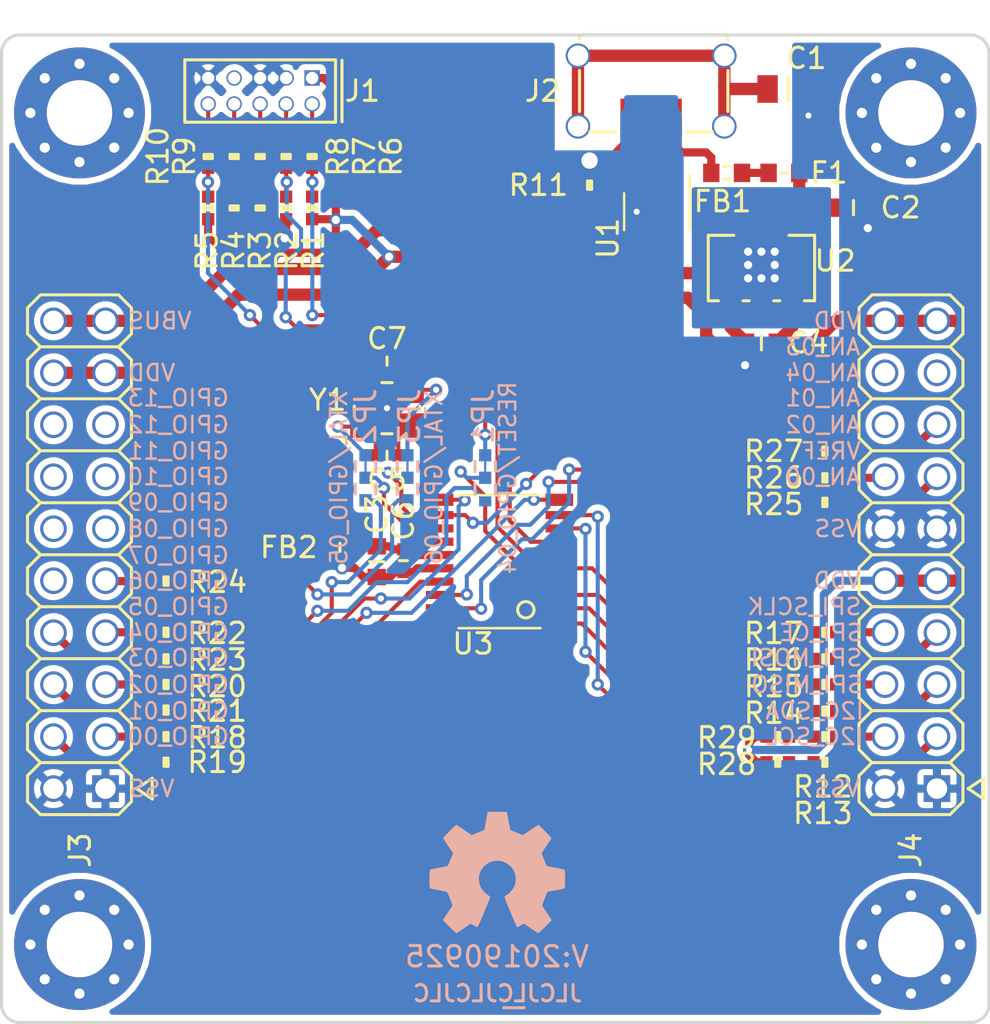
<source format=kicad_pcb>
(kicad_pcb (version 20171130) (host pcbnew 5.1.4-e60b266~84~ubuntu18.04.1)
  (layers (0 F.Cu signal) (31 B.Cu signal) (34 B.Paste user) (35 F.Paste user) (36 B.SilkS user) (37 F.SilkS user) (38 B.Mask user) (39 F.Mask user) (44 Edge.Cuts user))
  (net 0 "")
  (net 1 "Net-(C1-Pad1)")
  (net 2 /VBUS)
  (net 3 "Net-(F1-Pad2)")
  (net 4 "Net-(FB1-Pad2)")
  (net 5 "Net-(J1-Pad10)")
  (net 6 "Net-(J1-Pad8)")
  (net 7 "Net-(J1-Pad6)")
  (net 8 "Net-(J1-Pad4)")
  (net 9 "Net-(J1-Pad2)")
  (net 10 /VDD)
  (net 11 "Net-(J2-Pad4)")
  (net 12 "/Jtag connector/TDI")
  (net 13 /MCU_TMS)
  (net 14 /MCU_TCK)
  (net 15 /MCU_TDO)
  (net 16 /MCU_RESET)
  (net 17 "/USB input/USB_IN_D-")
  (net 18 "/USB input/USB_IN_D+")
  (net 19 VSS)
  (net 20 "Net-(C3-Pad1)")
  (net 21 "/LPC812M101JD20 base/PIO0_9")
  (net 22 "/LPC812M101JD20 base/PIO0_8")
  (net 23 /GPIO_02)
  (net 24 /GPIO_00)
  (net 25 /GPIO_01)
  (net 26 /I2C_SCL)
  (net 27 /I2C_SDA)
  (net 28 /SPI_MISO)
  (net 29 /SPI_MOSI)
  (net 30 /SPI_CE)
  (net 31 /SPI_SCLK)
  (net 32 /AN_00)
  (net 33 /VREF)
  (net 34 /AN_01)
  (net 35 "/LPC812M101JD20 base/PIO0_10")
  (net 36 "/LPC812M101JD20 base/PIO0_11")
  (net 37 "/LPC812M101JD20 base/XTAL_IN")
  (net 38 "/LPC812M101JD20 base/XTAL_OUT")
  (net 39 /GPIO_06)
  (net 40 /GPIO_05)
  (net 41 /GPIO_04)
  (net 42 /GPIO_03)
  (net 43 "/LPC812M101JD20 base/PIO0_5")
  (net 44 "/LPC812M101JD20 base/PIO0_17")
  (net 45 "/LPC812M101JD20 base/PIO0_13")
  (net 46 "/LPC812M101JD20 base/PIO0_12")
  (net 47 "/LPC812M101JD20 base/PIO0_4")
  (net 48 "/LPC812M101JD20 base/PIO0_7")
  (net 49 "/LPC812M101JD20 base/PIO0_14")
  (net 50 "/LPC812M101JD20 base/PIO0_15")
  (net 51 "/LPC812M101JD20 base/PIO0_16")
  (net 52 "/LPC812M101JD20 base/GPIO_04_INT")
  (net 53 "/LPC812M101JD20 base/GPIO_05_INT")
  (net 54 "/LPC812M101JD20 base/GPIO_06_INT")
  (net 55 "/LPC812M101JD20 base/PIO0_6")
  (net 56 "/LPC812M101JD20 base/PIO0_0")
  (net 57 "/LPC812M101JD20 base/PIO0_1")
  (module SquantorLabels:Label_Generic (layer B.Cu) (at 86 107.9 180)
    (fp_text reference N3 hide)
    (fp_text value JLCJLCJLCJLC (at 0.8 0.1) (layer B.SilkS) (effects (font (size 0.8 0.8)) (justify mirror)))
  )
  (module SquantorRcl:R_0402_hand (layer F.Cu) (at 98.9 95.25)
    (fp_text reference R29 (at -2.5 0.05) (layer F.SilkS))
    (fp_text value 2.2K)
    (pad 2 smd rect (at 0.55 0) (size 0.6 0.6) (layers F.Cu F.Paste F.Mask) (net 36 "/LPC812M101JD20 base/PIO0_11"))
    (pad 1 smd rect (at -0.55 0) (size 0.6 0.6) (layers F.Cu F.Paste F.Mask) (net 10 /VDD))
  )
  (module SquantorRcl:R_0402_hand (layer F.Cu) (at 98.9 96.5)
    (fp_text reference R28 (at -2.5 0.1) (layer F.SilkS))
    (fp_text value 2.2K)
    (pad 2 smd rect (at 0.55 0) (size 0.6 0.6) (layers F.Cu F.Paste F.Mask) (net 35 "/LPC812M101JD20 base/PIO0_10"))
    (pad 1 smd rect (at -0.55 0) (size 0.6 0.6) (layers F.Cu F.Paste F.Mask) (net 10 /VDD))
  )
  (module SquantorRcl:R_0402_hand (layer F.Cu) (at 101.2 81.3)
    (fp_text reference R27 (at -2.5 0) (layer F.SilkS))
    (fp_text value 100)
    (pad 2 smd rect (at 0.55 0) (size 0.6 0.6) (layers F.Cu F.Paste F.Mask) (net 34 /AN_01))
    (pad 1 smd rect (at -0.55 0) (size 0.6 0.6) (layers F.Cu F.Paste F.Mask) (net 57 "/LPC812M101JD20 base/PIO0_1"))
  )
  (module SquantorRcl:R_0402_hand (layer F.Cu) (at 101.2 82.6)
    (fp_text reference R26 (at -2.5 0) (layer F.SilkS))
    (fp_text value 100)
    (pad 2 smd rect (at 0.55 0) (size 0.6 0.6) (layers F.Cu F.Paste F.Mask) (net 32 /AN_00))
    (pad 1 smd rect (at -0.55 0) (size 0.6 0.6) (layers F.Cu F.Paste F.Mask) (net 56 "/LPC812M101JD20 base/PIO0_0"))
  )
  (module SquantorRcl:R_0402_hand (layer F.Cu) (at 101.2 83.8)
    (fp_text reference R25 (at -2.5 0.1) (layer F.SilkS))
    (fp_text value 100)
    (pad 2 smd rect (at 0.55 0) (size 0.6 0.6) (layers F.Cu F.Paste F.Mask) (net 33 /VREF))
    (pad 1 smd rect (at -0.55 0) (size 0.6 0.6) (layers F.Cu F.Paste F.Mask) (net 55 "/LPC812M101JD20 base/PIO0_6"))
  )
  (module SquantorRcl:C_0805 (layer F.Cu) (at 99.4 63.6)
    (fp_text reference C1 (at 0.9 -1.5) (layer F.SilkS))
    (fp_text value 100n)
    (pad 2 smd rect (at 1 0) (size 1 1.35) (layers F.Cu F.Paste F.Mask) (net 19 VSS))
    (pad 1 smd rect (at -1 0) (size 1 1.35) (layers F.Cu F.Paste F.Mask) (net 1 "Net-(C1-Pad1)"))
  )
  (module SquantorIC:SOT360 (layer F.Cu) (at 85.3 86.7 90)
    (fp_text reference U3 (at -4.6 -0.2) (layer F.SilkS) (effects (justify right bottom)))
    (fp_text value LPC812M101JDH20)
    (pad 10 smd rect (at 3.025 2.925 90) (size 0.6 1.35) (layers F.Cu F.Paste F.Mask) (net 51 "/LPC812M101JD20 base/PIO0_16"))
    (pad 9 smd rect (at 2.275 2.925 90) (size 0.4 1.35) (layers F.Cu F.Paste F.Mask) (net 35 "/LPC812M101JD20 base/PIO0_10"))
    (pad 8 smd rect (at 1.625 2.925 90) (size 0.4 1.35) (layers F.Cu F.Paste F.Mask) (net 36 "/LPC812M101JD20 base/PIO0_11"))
    (pad 7 smd rect (at 0.975 2.925 90) (size 0.4 1.35) (layers F.Cu F.Paste F.Mask) (net 13 /MCU_TMS))
    (pad 6 smd rect (at 0.325 2.925 90) (size 0.4 1.35) (layers F.Cu F.Paste F.Mask) (net 14 /MCU_TCK))
    (pad 1 smd rect (at -3.025 2.925 90) (size 0.6 1.35) (layers F.Cu F.Paste F.Mask) (net 44 "/LPC812M101JD20 base/PIO0_17"))
    (pad 2 smd rect (at -2.275 2.925 90) (size 0.4 1.35) (layers F.Cu F.Paste F.Mask) (net 45 "/LPC812M101JD20 base/PIO0_13"))
    (pad 3 smd rect (at -1.625 2.925 90) (size 0.4 1.35) (layers F.Cu F.Paste F.Mask) (net 46 "/LPC812M101JD20 base/PIO0_12"))
    (pad 4 smd rect (at -0.975 2.925 90) (size 0.4 1.35) (layers F.Cu F.Paste F.Mask) (net 43 "/LPC812M101JD20 base/PIO0_5"))
    (pad 5 smd rect (at -0.325 2.925 90) (size 0.4 1.35) (layers F.Cu F.Paste F.Mask) (net 47 "/LPC812M101JD20 base/PIO0_4"))
    (pad 11 smd rect (at 3.025 -2.925 90) (size 0.6 1.35) (layers F.Cu F.Paste F.Mask) (net 50 "/LPC812M101JD20 base/PIO0_15"))
    (pad 12 smd rect (at 2.275 -2.925 90) (size 0.4 1.35) (layers F.Cu F.Paste F.Mask) (net 57 "/LPC812M101JD20 base/PIO0_1"))
    (pad 13 smd rect (at 1.625 -2.925 90) (size 0.4 1.35) (layers F.Cu F.Paste F.Mask) (net 21 "/LPC812M101JD20 base/PIO0_9"))
    (pad 14 smd rect (at 0.975 -2.925 90) (size 0.4 1.35) (layers F.Cu F.Paste F.Mask) (net 22 "/LPC812M101JD20 base/PIO0_8"))
    (pad 20 smd rect (at -3.025 -2.925 90) (size 0.6 1.35) (layers F.Cu F.Paste F.Mask) (net 49 "/LPC812M101JD20 base/PIO0_14"))
    (pad 19 smd rect (at -2.275 -2.925 90) (size 0.4 1.35) (layers F.Cu F.Paste F.Mask) (net 56 "/LPC812M101JD20 base/PIO0_0"))
    (pad 18 smd rect (at -1.625 -2.925 90) (size 0.4 1.35) (layers F.Cu F.Paste F.Mask) (net 55 "/LPC812M101JD20 base/PIO0_6"))
    (pad 17 smd rect (at -0.975 -2.925 90) (size 0.4 1.35) (layers F.Cu F.Paste F.Mask) (net 48 "/LPC812M101JD20 base/PIO0_7"))
    (pad 16 smd rect (at -0.325 -2.925 90) (size 0.4 1.35) (layers F.Cu F.Paste F.Mask) (net 19 VSS))
    (pad 15 smd rect (at 0.325 -2.925 90) (size 0.4 1.35) (layers F.Cu F.Paste F.Mask) (net 20 "Net-(C3-Pad1)"))
  )
  (module SquantorConnectorsNamed:Nuclone_20pin_bus_analog (layer F.Cu) (at 105.41 86.36 90)
    (fp_text reference J4 (at -14.44 -0.01 90) (layer F.SilkS))
    (fp_text value nuclone_20pin_bus_analog hide)
    (fp_text user AN_03 (at 10.16 -4.31 -180) (layer B.SilkS) (effects (font (size 0.8 0.8) (thickness 0.12)) (justify mirror)))
    (fp_text user AN_01 (at 7.66 -4.31 -180) (layer B.SilkS) (effects (font (size 0.8 0.8) (thickness 0.12)) (justify mirror)))
    (fp_text user VREF (at 5.06 -3.91 -180) (layer B.SilkS) (effects (font (size 0.8 0.8) (thickness 0.12)) (justify mirror)))
    (fp_text user SPI_SCLK (at -2.54 -5.21 -180) (layer B.SilkS) (effects (font (size 0.8 0.8) (thickness 0.12)) (justify mirror)))
    (fp_text user SPI_MOSI (at -5.04 -5.11 -180) (layer B.SilkS) (effects (font (size 0.8 0.8) (thickness 0.12)) (justify mirror)))
    (fp_text user I2C_SDA (at -7.64 -4.71 -180) (layer B.SilkS) (effects (font (size 0.8 0.8) (thickness 0.12)) (justify mirror)))
    (fp_text user VDD (at 11.43 -3.61 -180) (layer B.SilkS) (effects (font (size 0.8 0.8) (thickness 0.12)) (justify mirror)))
    (fp_text user AN_04 (at 8.89 -4.31 -180) (layer B.SilkS) (effects (font (size 0.8 0.8) (thickness 0.12)) (justify mirror)))
    (fp_text user AN_02 (at 6.35 -4.31 -180) (layer B.SilkS) (effects (font (size 0.8 0.8) (thickness 0.12)) (justify mirror)))
    (fp_text user AN_00 (at 3.81 -4.31 -180) (layer B.SilkS) (effects (font (size 0.8 0.8) (thickness 0.12)) (justify mirror)))
    (fp_text user VSS (at 1.27 -3.61 -180) (layer B.SilkS) (effects (font (size 0.8 0.8) (thickness 0.12)) (justify mirror)))
    (fp_text user VDD (at -1.27 -3.61 -180) (layer B.SilkS) (effects (font (size 0.8 0.8) (thickness 0.12)) (justify mirror)))
    (fp_text user SPI_CE (at -3.81 -4.41 -180) (layer B.SilkS) (effects (font (size 0.8 0.8) (thickness 0.12)) (justify mirror)))
    (fp_text user SPI_MISO (at -6.35 -5.08 -180) (layer B.SilkS) (effects (font (size 0.8 0.8) (thickness 0.12)) (justify mirror)))
    (fp_text user I2C_SCL (at -8.89 -4.71 -180) (layer B.SilkS) (effects (font (size 0.8 0.8) (thickness 0.12)) (justify mirror)))
    (fp_text user VSS (at -11.43 -3.61 -180) (layer B.SilkS) (effects (font (size 0.8 0.8) (thickness 0.12)) (justify mirror)))
    (pad 20 thru_hole circle (at 11.43 -1.27 90) (size 1.3 1.3) (drill 1) (layers *.Cu *.Mask) (net 10 /VDD))
    (pad 19 thru_hole circle (at 11.43 1.27 90) (size 1.3 1.3) (drill 1) (layers *.Cu *.Mask) (net 10 /VDD))
    (pad 18 thru_hole circle (at 8.89 -1.27 90) (size 1.3 1.3) (drill 1) (layers *.Cu *.Mask))
    (pad 17 thru_hole circle (at 8.89 1.27 90) (size 1.3 1.3) (drill 1) (layers *.Cu *.Mask))
    (pad 16 thru_hole circle (at 6.35 -1.27 90) (size 1.3 1.3) (drill 1) (layers *.Cu *.Mask))
    (pad 15 thru_hole circle (at 6.35 1.27 90) (size 1.3 1.3) (drill 1) (layers *.Cu *.Mask) (net 34 /AN_01))
    (pad 14 thru_hole circle (at 3.81 -1.27 90) (size 1.3 1.3) (drill 1) (layers *.Cu *.Mask) (net 32 /AN_00))
    (pad 13 thru_hole circle (at 3.81 1.27 90) (size 1.3 1.3) (drill 1) (layers *.Cu *.Mask) (net 33 /VREF))
    (pad 12 thru_hole circle (at 1.27 -1.27 90) (size 1.3 1.3) (drill 1) (layers *.Cu *.Mask) (net 19 VSS))
    (pad 11 thru_hole circle (at 1.27 1.27 90) (size 1.3 1.3) (drill 1) (layers *.Cu *.Mask) (net 19 VSS))
    (pad 10 thru_hole circle (at -1.27 -1.27 90) (size 1.3 1.3) (drill 1) (layers *.Cu *.Mask) (net 10 /VDD))
    (pad 9 thru_hole circle (at -1.27 1.27 90) (size 1.3 1.3) (drill 1) (layers *.Cu *.Mask) (net 10 /VDD))
    (pad 8 thru_hole circle (at -3.81 -1.27 90) (size 1.3 1.3) (drill 1) (layers *.Cu *.Mask) (net 30 /SPI_CE))
    (pad 7 thru_hole circle (at -3.81 1.27 90) (size 1.3 1.3) (drill 1) (layers *.Cu *.Mask) (net 31 /SPI_SCLK))
    (pad 6 thru_hole circle (at -6.35 -1.27 90) (size 1.3 1.3) (drill 1) (layers *.Cu *.Mask) (net 28 /SPI_MISO))
    (pad 5 thru_hole circle (at -6.35 1.27 90) (size 1.3 1.3) (drill 1) (layers *.Cu *.Mask) (net 29 /SPI_MOSI))
    (pad 4 thru_hole circle (at -8.89 -1.27 90) (size 1.3 1.3) (drill 1) (layers *.Cu *.Mask) (net 26 /I2C_SCL))
    (pad 3 thru_hole circle (at -8.89 1.27 90) (size 1.3 1.3) (drill 1) (layers *.Cu *.Mask) (net 27 /I2C_SDA))
    (pad 2 thru_hole circle (at -11.43 -1.27 90) (size 1.3 1.3) (drill 1) (layers *.Cu *.Mask) (net 19 VSS))
    (pad 1 thru_hole rect (at -11.43 1.27 90) (size 1.3 1.3) (drill 1) (layers *.Cu *.Mask) (net 19 VSS))
  )
  (module SquantorConnectorsNamed:Nuclone_20pin_gpio (layer F.Cu) (at 64.77 86.36 90)
    (fp_text reference J3 (at -14.44 0.03 90) (layer F.SilkS))
    (fp_text value nuclone_20pin_gpio hide)
    (fp_text user VBUS (at 11.43 3.93 -180) (layer B.SilkS) (effects (font (size 0.8 0.8) (thickness 0.12)) (justify mirror)))
    (fp_text user VDD (at 8.89 3.53 -180) (layer B.SilkS) (effects (font (size 0.8 0.8) (thickness 0.12)) (justify mirror)))
    (fp_text user GPIO_12 (at 6.35 4.83 -180) (layer B.SilkS) (effects (font (size 0.8 0.8) (thickness 0.12)) (justify mirror)))
    (fp_text user GPIO_10 (at 3.81 4.83 -180) (layer B.SilkS) (effects (font (size 0.8 0.8) (thickness 0.12)) (justify mirror)))
    (fp_text user GPIO_08 (at 1.27 4.83 -180) (layer B.SilkS) (effects (font (size 0.8 0.8) (thickness 0.12)) (justify mirror)))
    (fp_text user GPIO_06 (at -1.27 4.83 -180) (layer B.SilkS) (effects (font (size 0.8 0.8) (thickness 0.12)) (justify mirror)))
    (fp_text user GPIO_04 (at -3.81 4.83 -180) (layer B.SilkS) (effects (font (size 0.8 0.8) (thickness 0.12)) (justify mirror)))
    (fp_text user GPIO_13 (at 7.66 4.83) (layer B.SilkS) (effects (font (size 0.8 0.8) (thickness 0.12)) (justify mirror)))
    (fp_text user GPIO_11 (at 5.06 4.83 -180) (layer B.SilkS) (effects (font (size 0.8 0.8) (thickness 0.12)) (justify mirror)))
    (fp_text user GPIO_09 (at 2.56 4.83 -180) (layer B.SilkS) (effects (font (size 0.8 0.8) (thickness 0.12)) (justify mirror)))
    (fp_text user GPIO_07 (at -0.04 4.83 -180) (layer B.SilkS) (effects (font (size 0.8 0.8) (thickness 0.12)) (justify mirror)))
    (fp_text user GPIO_05 (at -2.54 4.83 -180) (layer B.SilkS) (effects (font (size 0.8 0.8) (thickness 0.12)) (justify mirror)))
    (fp_text user GPIO_03 (at -5.04 4.83 -180) (layer B.SilkS) (effects (font (size 0.8 0.8) (thickness 0.12)) (justify mirror)))
    (fp_text user GPIO_02 (at -6.35 4.83 -180) (layer B.SilkS) (effects (font (size 0.8 0.8) (thickness 0.12)) (justify mirror)))
    (fp_text user GPIO_01 (at -7.64 4.83 -180) (layer B.SilkS) (effects (font (size 0.8 0.8) (thickness 0.12)) (justify mirror)))
    (fp_text user GPIO_00 (at -8.89 4.83 -180) (layer B.SilkS) (effects (font (size 0.8 0.8) (thickness 0.12)) (justify mirror)))
    (fp_text user VSS (at -11.43 3.53 -180) (layer B.SilkS) (effects (font (size 0.8 0.8) (thickness 0.12)) (justify mirror)))
    (pad 20 thru_hole circle (at 11.43 -1.27 90) (size 1.3 1.3) (drill 1) (layers *.Cu *.Mask) (net 2 /VBUS))
    (pad 19 thru_hole circle (at 11.43 1.27 90) (size 1.3 1.3) (drill 1) (layers *.Cu *.Mask) (net 2 /VBUS))
    (pad 18 thru_hole circle (at 8.89 -1.27 90) (size 1.3 1.3) (drill 1) (layers *.Cu *.Mask) (net 10 /VDD))
    (pad 17 thru_hole circle (at 8.89 1.27 90) (size 1.3 1.3) (drill 1) (layers *.Cu *.Mask) (net 10 /VDD))
    (pad 16 thru_hole circle (at 6.35 -1.27 90) (size 1.3 1.3) (drill 1) (layers *.Cu *.Mask))
    (pad 15 thru_hole circle (at 6.35 1.27 90) (size 1.3 1.3) (drill 1) (layers *.Cu *.Mask))
    (pad 14 thru_hole circle (at 3.81 -1.27 90) (size 1.3 1.3) (drill 1) (layers *.Cu *.Mask))
    (pad 13 thru_hole circle (at 3.81 1.27 90) (size 1.3 1.3) (drill 1) (layers *.Cu *.Mask))
    (pad 12 thru_hole circle (at 1.27 -1.27 90) (size 1.3 1.3) (drill 1) (layers *.Cu *.Mask))
    (pad 11 thru_hole circle (at 1.27 1.27 90) (size 1.3 1.3) (drill 1) (layers *.Cu *.Mask))
    (pad 10 thru_hole circle (at -1.27 -1.27 90) (size 1.3 1.3) (drill 1) (layers *.Cu *.Mask))
    (pad 9 thru_hole circle (at -1.27 1.27 90) (size 1.3 1.3) (drill 1) (layers *.Cu *.Mask) (net 39 /GPIO_06))
    (pad 8 thru_hole circle (at -3.81 -1.27 90) (size 1.3 1.3) (drill 1) (layers *.Cu *.Mask) (net 40 /GPIO_05))
    (pad 7 thru_hole circle (at -3.81 1.27 90) (size 1.3 1.3) (drill 1) (layers *.Cu *.Mask) (net 41 /GPIO_04))
    (pad 6 thru_hole circle (at -6.35 -1.27 90) (size 1.3 1.3) (drill 1) (layers *.Cu *.Mask) (net 42 /GPIO_03))
    (pad 5 thru_hole circle (at -6.35 1.27 90) (size 1.3 1.3) (drill 1) (layers *.Cu *.Mask) (net 23 /GPIO_02))
    (pad 4 thru_hole circle (at -8.89 -1.27 90) (size 1.3 1.3) (drill 1) (layers *.Cu *.Mask) (net 25 /GPIO_01))
    (pad 3 thru_hole circle (at -8.89 1.27 90) (size 1.3 1.3) (drill 1) (layers *.Cu *.Mask) (net 24 /GPIO_00))
    (pad 2 thru_hole circle (at -11.43 -1.27 90) (size 1.3 1.3) (drill 1) (layers *.Cu *.Mask) (net 19 VSS))
    (pad 1 thru_hole rect (at -11.43 1.27 90) (size 1.3 1.3) (drill 1) (layers *.Cu *.Mask) (net 19 VSS))
  )
  (module SquantorRcl:R_0402_hand (layer F.Cu) (at 69 87.65 180)
    (fp_text reference R24 (at -2.5 -0.05) (layer F.SilkS))
    (fp_text value 100)
    (pad 2 smd rect (at 0.55 0 180) (size 0.6 0.6) (layers F.Cu F.Paste F.Mask) (net 39 /GPIO_06))
    (pad 1 smd rect (at -0.55 0 180) (size 0.6 0.6) (layers F.Cu F.Paste F.Mask) (net 54 "/LPC812M101JD20 base/GPIO_06_INT"))
  )
  (module SquantorRcl:R_0402_hand (layer F.Cu) (at 69 91.45 180)
    (fp_text reference R23 (at -2.5 -0.05) (layer F.SilkS))
    (fp_text value 100)
    (pad 2 smd rect (at 0.55 0 180) (size 0.6 0.6) (layers F.Cu F.Paste F.Mask) (net 40 /GPIO_05))
    (pad 1 smd rect (at -0.55 0 180) (size 0.6 0.6) (layers F.Cu F.Paste F.Mask) (net 53 "/LPC812M101JD20 base/GPIO_05_INT"))
  )
  (module SquantorRcl:R_0402_hand (layer F.Cu) (at 69 90.15 180)
    (fp_text reference R22 (at -2.5 -0.05) (layer F.SilkS))
    (fp_text value 100)
    (pad 2 smd rect (at 0.55 0 180) (size 0.6 0.6) (layers F.Cu F.Paste F.Mask) (net 41 /GPIO_04))
    (pad 1 smd rect (at -0.55 0 180) (size 0.6 0.6) (layers F.Cu F.Paste F.Mask) (net 52 "/LPC812M101JD20 base/GPIO_04_INT"))
  )
  (module SquantorRcl:R_0402_hand (layer F.Cu) (at 69 93.95 180)
    (fp_text reference R21 (at -2.5 -0.05) (layer F.SilkS))
    (fp_text value 100)
    (pad 2 smd rect (at 0.55 0 180) (size 0.6 0.6) (layers F.Cu F.Paste F.Mask) (net 42 /GPIO_03))
    (pad 1 smd rect (at -0.55 0 180) (size 0.6 0.6) (layers F.Cu F.Paste F.Mask) (net 51 "/LPC812M101JD20 base/PIO0_16"))
  )
  (module SquantorRcl:R_0402_hand (layer F.Cu) (at 69 92.7 180)
    (fp_text reference R20 (at -2.5 -0.1) (layer F.SilkS))
    (fp_text value 100)
    (pad 2 smd rect (at 0.55 0 180) (size 0.6 0.6) (layers F.Cu F.Paste F.Mask) (net 23 /GPIO_02))
    (pad 1 smd rect (at -0.55 0 180) (size 0.6 0.6) (layers F.Cu F.Paste F.Mask) (net 50 "/LPC812M101JD20 base/PIO0_15"))
  )
  (module SquantorRcl:R_0402_hand (layer F.Cu) (at 69 96.5 180)
    (fp_text reference R19 (at -2.5 0) (layer F.SilkS))
    (fp_text value 100)
    (pad 2 smd rect (at 0.55 0 180) (size 0.6 0.6) (layers F.Cu F.Paste F.Mask) (net 25 /GPIO_01))
    (pad 1 smd rect (at -0.55 0 180) (size 0.6 0.6) (layers F.Cu F.Paste F.Mask) (net 49 "/LPC812M101JD20 base/PIO0_14"))
  )
  (module SquantorRcl:R_0402_hand (layer F.Cu) (at 69 95.25 180)
    (fp_text reference R18 (at -2.5 -0.05) (layer F.SilkS))
    (fp_text value 100)
    (pad 2 smd rect (at 0.55 0 180) (size 0.6 0.6) (layers F.Cu F.Paste F.Mask) (net 24 /GPIO_00))
    (pad 1 smd rect (at -0.55 0 180) (size 0.6 0.6) (layers F.Cu F.Paste F.Mask) (net 48 "/LPC812M101JD20 base/PIO0_7"))
  )
  (module SquantorRcl:R_0402_hand (layer F.Cu) (at 101.2 90.15)
    (fp_text reference R17 (at -2.5 0.05) (layer F.SilkS))
    (fp_text value 100)
    (pad 2 smd rect (at 0.55 0) (size 0.6 0.6) (layers F.Cu F.Paste F.Mask) (net 30 /SPI_CE))
    (pad 1 smd rect (at -0.55 0) (size 0.6 0.6) (layers F.Cu F.Paste F.Mask) (net 47 "/LPC812M101JD20 base/PIO0_4"))
  )
  (module SquantorRcl:R_0402_hand (layer F.Cu) (at 101.2 91.45)
    (fp_text reference R16 (at -2.5 0.05) (layer F.SilkS))
    (fp_text value 100)
    (pad 2 smd rect (at 0.55 0) (size 0.6 0.6) (layers F.Cu F.Paste F.Mask) (net 31 /SPI_SCLK))
    (pad 1 smd rect (at -0.55 0) (size 0.6 0.6) (layers F.Cu F.Paste F.Mask) (net 46 "/LPC812M101JD20 base/PIO0_12"))
  )
  (module SquantorRcl:R_0402_hand (layer F.Cu) (at 101.2 92.7)
    (fp_text reference R15 (at -2.5 0.1) (layer F.SilkS))
    (fp_text value 100)
    (pad 2 smd rect (at 0.55 0) (size 0.6 0.6) (layers F.Cu F.Paste F.Mask) (net 28 /SPI_MISO))
    (pad 1 smd rect (at -0.55 0) (size 0.6 0.6) (layers F.Cu F.Paste F.Mask) (net 45 "/LPC812M101JD20 base/PIO0_13"))
  )
  (module SquantorRcl:R_0402_hand (layer F.Cu) (at 101.2 94)
    (fp_text reference R14 (at -2.5 0.1) (layer F.SilkS))
    (fp_text value 100)
    (pad 2 smd rect (at 0.55 0) (size 0.6 0.6) (layers F.Cu F.Paste F.Mask) (net 29 /SPI_MOSI))
    (pad 1 smd rect (at -0.55 0) (size 0.6 0.6) (layers F.Cu F.Paste F.Mask) (net 44 "/LPC812M101JD20 base/PIO0_17"))
  )
  (module SquantorRcl:R_0402_hand (layer F.Cu) (at 101.2 95.25)
    (fp_text reference R13 (at -0.1 3.75) (layer F.SilkS))
    (fp_text value 100)
    (pad 2 smd rect (at 0.55 0) (size 0.6 0.6) (layers F.Cu F.Paste F.Mask) (net 26 /I2C_SCL))
    (pad 1 smd rect (at -0.55 0) (size 0.6 0.6) (layers F.Cu F.Paste F.Mask) (net 36 "/LPC812M101JD20 base/PIO0_11"))
  )
  (module SquantorRcl:R_0402_hand (layer F.Cu) (at 101.2 96.5)
    (fp_text reference R12 (at -0.1 1.2) (layer F.SilkS))
    (fp_text value 100)
    (pad 2 smd rect (at 0.55 0) (size 0.6 0.6) (layers F.Cu F.Paste F.Mask) (net 27 /I2C_SDA))
    (pad 1 smd rect (at -0.55 0) (size 0.6 0.6) (layers F.Cu F.Paste F.Mask) (net 35 "/LPC812M101JD20 base/PIO0_10"))
  )
  (module SquantorRcl:R_0402_hand (layer F.Cu) (at 89.7 68.3 180)
    (fp_text reference R11 (at 2.5 0) (layer F.SilkS))
    (fp_text value 0)
    (pad 2 smd rect (at 0.55 0 180) (size 0.6 0.6) (layers F.Cu F.Paste F.Mask) (net 19 VSS))
    (pad 1 smd rect (at -0.55 0 180) (size 0.6 0.6) (layers F.Cu F.Paste F.Mask) (net 11 "Net-(J2-Pad4)"))
  )
  (module SquantorRcl:R_0402_hand (layer F.Cu) (at 71.06 66.9 270)
    (fp_text reference R10 (at 0 2.46 90) (layer F.SilkS))
    (fp_text value 100)
    (pad 2 smd rect (at 0.55 0 270) (size 0.6 0.6) (layers F.Cu F.Paste F.Mask) (net 16 /MCU_RESET))
    (pad 1 smd rect (at -0.55 0 270) (size 0.6 0.6) (layers F.Cu F.Paste F.Mask) (net 5 "Net-(J1-Pad10)"))
  )
  (module SquantorRcl:R_0402_hand (layer F.Cu) (at 72.33 66.9 270)
    (fp_text reference R9 (at 0 2.43 90) (layer F.SilkS))
    (fp_text value 100)
    (pad 2 smd rect (at 0.55 0 270) (size 0.6 0.6) (layers F.Cu F.Paste F.Mask) (net 12 "/Jtag connector/TDI"))
    (pad 1 smd rect (at -0.55 0 270) (size 0.6 0.6) (layers F.Cu F.Paste F.Mask) (net 6 "Net-(J1-Pad8)"))
  )
  (module SquantorRcl:R_0402_hand (layer F.Cu) (at 73.6 66.9 270)
    (fp_text reference R8 (at 0 -3.8 90) (layer F.SilkS))
    (fp_text value 100)
    (pad 2 smd rect (at 0.55 0 270) (size 0.6 0.6) (layers F.Cu F.Paste F.Mask) (net 15 /MCU_TDO))
    (pad 1 smd rect (at -0.55 0 270) (size 0.6 0.6) (layers F.Cu F.Paste F.Mask) (net 7 "Net-(J1-Pad6)"))
  )
  (module SquantorRcl:R_0402_hand (layer F.Cu) (at 74.87 66.9 270)
    (fp_text reference R7 (at 0 -3.83 90) (layer F.SilkS))
    (fp_text value 100)
    (pad 2 smd rect (at 0.55 0 270) (size 0.6 0.6) (layers F.Cu F.Paste F.Mask) (net 14 /MCU_TCK))
    (pad 1 smd rect (at -0.55 0 270) (size 0.6 0.6) (layers F.Cu F.Paste F.Mask) (net 8 "Net-(J1-Pad4)"))
  )
  (module SquantorRcl:R_0402_hand (layer F.Cu) (at 76.14 66.9 270)
    (fp_text reference R6 (at 0 -3.86 90) (layer F.SilkS))
    (fp_text value 100)
    (pad 2 smd rect (at 0.55 0 270) (size 0.6 0.6) (layers F.Cu F.Paste F.Mask) (net 13 /MCU_TMS))
    (pad 1 smd rect (at -0.55 0 270) (size 0.6 0.6) (layers F.Cu F.Paste F.Mask) (net 9 "Net-(J1-Pad2)"))
  )
  (module SquantorRcl:R_0402_hand (layer F.Cu) (at 71.06 69.415 90)
    (fp_text reference R5 (at -2.085 -0.06 90) (layer F.SilkS))
    (fp_text value 100k)
    (pad 2 smd rect (at 0.55 0 90) (size 0.6 0.6) (layers F.Cu F.Paste F.Mask) (net 16 /MCU_RESET))
    (pad 1 smd rect (at -0.55 0 90) (size 0.6 0.6) (layers F.Cu F.Paste F.Mask) (net 10 /VDD))
  )
  (module SquantorRcl:R_0402_hand (layer F.Cu) (at 72.33 69.415 90)
    (fp_text reference R4 (at -2.085 -0.03 90) (layer F.SilkS))
    (fp_text value 100K)
    (pad 2 smd rect (at 0.55 0 90) (size 0.6 0.6) (layers F.Cu F.Paste F.Mask) (net 12 "/Jtag connector/TDI"))
    (pad 1 smd rect (at -0.55 0 90) (size 0.6 0.6) (layers F.Cu F.Paste F.Mask) (net 10 /VDD))
  )
  (module SquantorRcl:R_0402_hand (layer F.Cu) (at 73.6 69.415 90)
    (fp_text reference R3 (at -2.085 0 90) (layer F.SilkS))
    (fp_text value 100k)
    (pad 2 smd rect (at 0.55 0 90) (size 0.6 0.6) (layers F.Cu F.Paste F.Mask) (net 15 /MCU_TDO))
    (pad 1 smd rect (at -0.55 0 90) (size 0.6 0.6) (layers F.Cu F.Paste F.Mask) (net 10 /VDD))
  )
  (module SquantorRcl:R_0402_hand (layer F.Cu) (at 74.87 69.415 90)
    (fp_text reference R2 (at -2.085 0.03 90) (layer F.SilkS))
    (fp_text value 100k)
    (pad 2 smd rect (at 0.55 0 90) (size 0.6 0.6) (layers F.Cu F.Paste F.Mask) (net 14 /MCU_TCK))
    (pad 1 smd rect (at -0.55 0 90) (size 0.6 0.6) (layers F.Cu F.Paste F.Mask) (net 19 VSS))
  )
  (module SquantorRcl:R_0402_hand (layer F.Cu) (at 76.14 69.415 90)
    (fp_text reference R1 (at -2.085 0.06 90) (layer F.SilkS))
    (fp_text value 100K)
    (pad 2 smd rect (at 0.55 0 90) (size 0.6 0.6) (layers F.Cu F.Paste F.Mask) (net 13 /MCU_TMS))
    (pad 1 smd rect (at -0.55 0 90) (size 0.6 0.6) (layers F.Cu F.Paste F.Mask) (net 10 /VDD))
  )
  (module SquantorSpecial:solder_jumper_3way_23conn (layer B.Cu) (at 80.8 82.6 90)
    (fp_text reference JP3 (at 3 0.1 90) (layer B.SilkS) (effects (justify mirror)))
    (fp_text value XTAL/GPIO_06 (at 0 1.3 90) (layer B.SilkS) (effects (font (size 0.8 0.8) (thickness 0.12)) (justify mirror)))
    (fp_poly (pts (xy 0.3 0.05) (xy 0.8 0.05) (xy 0.8 -0.05) (xy 0.3 -0.05)) (layer B.Cu) (width 0.01))
    (pad 3 smd rect (at 1.1 0 90) (size 0.6 0.6) (layers B.Cu B.Mask) (net 38 "/LPC812M101JD20 base/XTAL_OUT"))
    (pad 2 smd rect (at 0 0 90) (size 0.6 0.6) (layers B.Cu B.Mask) (net 21 "/LPC812M101JD20 base/PIO0_9"))
    (pad 1 smd rect (at -1.1 0 90) (size 0.6 0.6) (layers B.Cu B.Mask) (net 54 "/LPC812M101JD20 base/GPIO_06_INT"))
  )
  (module SquantorSpecial:solder_jumper_3way_23conn (layer B.Cu) (at 78.75 82.6 90)
    (fp_text reference JP2 (at 3 0 90) (layer B.SilkS) (effects (justify mirror)))
    (fp_text value XTAL/GPIO_05 (at 0 -1.3 90) (layer B.SilkS) (effects (font (size 0.8 0.8) (thickness 0.12)) (justify mirror)))
    (fp_poly (pts (xy 0.3 0.05) (xy 0.8 0.05) (xy 0.8 -0.05) (xy 0.3 -0.05)) (layer B.Cu) (width 0.01))
    (pad 3 smd rect (at 1.1 0 90) (size 0.6 0.6) (layers B.Cu B.Mask) (net 37 "/LPC812M101JD20 base/XTAL_IN"))
    (pad 2 smd rect (at 0 0 90) (size 0.6 0.6) (layers B.Cu B.Mask) (net 22 "/LPC812M101JD20 base/PIO0_8"))
    (pad 1 smd rect (at -1.1 0 90) (size 0.6 0.6) (layers B.Cu B.Mask) (net 53 "/LPC812M101JD20 base/GPIO_05_INT"))
  )
  (module SquantorSpecial:solder_jumper_3way_23conn (layer B.Cu) (at 84.6 82.6 90)
    (fp_text reference JP1 (at 3 -0.1 90) (layer B.SilkS) (effects (justify mirror)))
    (fp_text value RESET/GPIO_04 (at 0 1.1 90) (layer B.SilkS) (effects (font (size 0.8 0.8) (thickness 0.12)) (justify mirror)))
    (fp_poly (pts (xy 0.3 0.05) (xy 0.8 0.05) (xy 0.8 -0.05) (xy 0.3 -0.05)) (layer B.Cu) (width 0.01))
    (pad 3 smd rect (at 1.1 0 90) (size 0.6 0.6) (layers B.Cu B.Mask) (net 16 /MCU_RESET))
    (pad 2 smd rect (at 0 0 90) (size 0.6 0.6) (layers B.Cu B.Mask) (net 43 "/LPC812M101JD20 base/PIO0_5"))
    (pad 1 smd rect (at -1.1 0 90) (size 0.6 0.6) (layers B.Cu B.Mask) (net 52 "/LPC812M101JD20 base/GPIO_04_INT"))
  )
  (module SquantorCrystal:Crystal_3225_4 (layer F.Cu) (at 79.8 79.2)
    (fp_text reference Y1 (at -2.9 -0.4) (layer F.SilkS))
    (fp_text value 12MHz)
    (pad 1 smd rect (at -1.1 0.85) (size 1.4 1.2) (layers F.Cu F.Paste F.Mask) (net 37 "/LPC812M101JD20 base/XTAL_IN"))
    (pad 2 smd rect (at 1.1 0.85) (size 1.4 1.2) (layers F.Cu F.Paste F.Mask) (net 19 VSS))
    (pad 3 smd rect (at 1.1 -0.85) (size 1.4 1.2) (layers F.Cu F.Paste F.Mask) (net 38 "/LPC812M101JD20 base/XTAL_OUT"))
    (pad 4 smd rect (at -1.1 -0.85) (size 1.4 1.2) (layers F.Cu F.Paste F.Mask) (net 19 VSS))
  )
  (module SquantorRcl:C_0402 (layer F.Cu) (at 77.5 86 180)
    (fp_text reference FB2 (at 2.5 0) (layer F.SilkS))
    (fp_text value FB)
    (pad 2 smd rect (at 0.55 0 180) (size 0.6 0.6) (layers F.Cu F.Paste F.Mask) (net 10 /VDD))
    (pad 1 smd rect (at -0.55 0 180) (size 0.6 0.6) (layers F.Cu F.Paste F.Mask) (net 20 "Net-(C3-Pad1)"))
  )
  (module SquantorRcl:C_0402 (layer F.Cu) (at 79.8 76.9 180)
    (fp_text reference C7 (at 0 1.1) (layer F.SilkS))
    (fp_text value 18p)
    (pad 2 smd rect (at 0.55 0 180) (size 0.6 0.6) (layers F.Cu F.Paste F.Mask) (net 19 VSS))
    (pad 1 smd rect (at -0.55 0 180) (size 0.6 0.6) (layers F.Cu F.Paste F.Mask) (net 38 "/LPC812M101JD20 base/XTAL_OUT"))
  )
  (module SquantorRcl:C_0402 (layer F.Cu) (at 80.6 86.65 270)
    (fp_text reference C6 (at -1.95 0 90) (layer F.SilkS))
    (fp_text value 1u)
    (pad 2 smd rect (at 0.55 0 270) (size 0.6 0.6) (layers F.Cu F.Paste F.Mask) (net 19 VSS))
    (pad 1 smd rect (at -0.55 0 270) (size 0.6 0.6) (layers F.Cu F.Paste F.Mask) (net 20 "Net-(C3-Pad1)"))
  )
  (module SquantorRcl:C_0402 (layer F.Cu) (at 79.8 81.5)
    (fp_text reference C5 (at 0 1.2) (layer F.SilkS))
    (fp_text value 18p)
    (pad 2 smd rect (at 0.55 0) (size 0.6 0.6) (layers F.Cu F.Paste F.Mask) (net 19 VSS))
    (pad 1 smd rect (at -0.55 0) (size 0.6 0.6) (layers F.Cu F.Paste F.Mask) (net 37 "/LPC812M101JD20 base/XTAL_IN"))
  )
  (module SquantorRcl:C_0603 (layer F.Cu) (at 79.3 86.7 270)
    (fp_text reference C3 (at -2.3 0 90) (layer F.SilkS))
    (fp_text value 10u)
    (pad 2 smd rect (at 0.75 0 270) (size 0.8 0.9) (layers F.Cu F.Paste F.Mask) (net 19 VSS))
    (pad 1 smd rect (at -0.75 0 270) (size 0.8 0.9) (layers F.Cu F.Paste F.Mask) (net 20 "Net-(C3-Pad1)"))
  )
  (module SquantorIC:SOT89-SOT23-Dual-NXP (layer F.Cu) (at 98.1 72.7)
    (fp_text reference U2 (at 3.6 -0.7) (layer F.SilkS))
    (fp_text value MCP1702-MB hide)
    (pad 2 thru_hole rect (at 0.65 0.15) (size 0.6 0.6) (drill 0.4) (layers *.Cu *.Mask) (net 2 /VBUS))
    (pad 2 thru_hole rect (at 0 0.15) (size 0.6 0.6) (drill 0.4) (layers *.Cu *.Mask) (net 2 /VBUS))
    (pad 2 thru_hole rect (at -0.65 0.15) (size 0.6 0.6) (drill 0.4) (layers *.Cu *.Mask) (net 2 /VBUS))
    (pad 2 thru_hole rect (at -0.65 -0.5) (size 0.6 0.6) (drill 0.4) (layers *.Cu *.Mask) (net 2 /VBUS))
    (pad 2 thru_hole rect (at 0.65 -0.5) (size 0.6 0.6) (drill 0.4) (layers *.Cu *.Mask) (net 2 /VBUS))
    (pad 2 thru_hole rect (at -0.65 -1.15 90) (size 0.6 0.6) (drill 0.4) (layers *.Cu *.Mask) (net 2 /VBUS))
    (pad 2 thru_hole rect (at 0 -1.15) (size 0.6 0.6) (drill 0.4) (layers *.Cu *.Mask) (net 2 /VBUS))
    (pad 2 thru_hole rect (at 0.65 -1.15) (size 0.6 0.6) (drill 0.4) (layers *.Cu *.Mask) (net 2 /VBUS))
    (pad 2 smd rect (at 0 -1.825) (size 1.9 0.85) (layers F.Cu F.Paste) (net 2 /VBUS))
    (pad 2 smd rect (at 0 -0.6) (size 1.2 1.2) (layers F.Cu F.Paste) (net 2 /VBUS))
    (pad 3 smd rect (at 1.5 1.75) (size 0.6 1) (layers F.Cu F.Paste) (net 10 /VDD))
    (pad 1 smd rect (at -1.5 1.75) (size 0.6 1) (layers F.Cu F.Paste) (net 19 VSS))
    (pad 2 smd rect (at 0 1.75) (size 0.6 1) (layers F.Cu F.Paste) (net 2 /VBUS))
    (pad 2 smd rect (at 0 -0.9) (size 2 2.8) (layers F.Cu F.Mask) (net 2 /VBUS))
    (pad 3 smd rect (at 1.25 1.75) (size 1.2 1.1) (layers F.Cu F.Mask) (net 10 /VDD))
    (pad 2 smd rect (at 0 1.4) (size 0.7 1.8) (layers F.Cu F.Mask) (net 2 /VBUS))
    (pad 1 smd rect (at -1.25 1.75) (size 1.2 1.1) (layers F.Cu F.Mask) (net 19 VSS))
  )
  (module SquantorRcl:C_0603 (layer F.Cu) (at 98.1 76 180)
    (fp_text reference C4 (at -2.3 0) (layer F.SilkS))
    (fp_text value 10u)
    (pad 2 smd rect (at 0.75 0 180) (size 0.8 0.9) (layers F.Cu F.Paste F.Mask) (net 19 VSS))
    (pad 1 smd rect (at -0.75 0 180) (size 0.8 0.9) (layers F.Cu F.Paste F.Mask) (net 10 /VDD))
  )
  (module SquantorLabels:Label_version (layer B.Cu) (at 83.7 105.9)
    (fp_text reference N2 hide)
    (fp_text value 20190925 (at 0.8 0.1) (layer B.SilkS) (effects (justify mirror)))
    (fp_text user V: (at 5.3 0.1) (layer B.SilkS) (effects (justify mirror)))
  )
  (module MountingHole:MountingHole_3.2mm_M3_Pad_Via (layer F.Cu) (at 64.77 64.77)
    (fp_text reference H1 hide)
    (fp_text value MountingHole hide)
    (pad 1 thru_hole circle (at 1.697056 -1.697056) (size 0.8 0.8) (drill 0.5) (layers *.Cu *.Mask))
    (pad 1 thru_hole circle (at 0 -2.4) (size 0.8 0.8) (drill 0.5) (layers *.Cu *.Mask))
    (pad 1 thru_hole circle (at -1.697056 -1.697056) (size 0.8 0.8) (drill 0.5) (layers *.Cu *.Mask))
    (pad 1 thru_hole circle (at -2.4 0) (size 0.8 0.8) (drill 0.5) (layers *.Cu *.Mask))
    (pad 1 thru_hole circle (at -1.697056 1.697056) (size 0.8 0.8) (drill 0.5) (layers *.Cu *.Mask))
    (pad 1 thru_hole circle (at 0 2.4) (size 0.8 0.8) (drill 0.5) (layers *.Cu *.Mask))
    (pad 1 thru_hole circle (at 1.697056 1.697056) (size 0.8 0.8) (drill 0.5) (layers *.Cu *.Mask))
    (pad 1 thru_hole circle (at 2.4 0) (size 0.8 0.8) (drill 0.5) (layers *.Cu *.Mask))
    (pad 1 thru_hole circle (at 0 0) (size 6.4 6.4) (drill 3.2) (layers *.Cu *.Mask))
  )
  (module MountingHole:MountingHole_3.2mm_M3_Pad_Via (layer F.Cu) (at 64.77 105.41)
    (fp_text reference H4 hide)
    (fp_text value MountingHole hide)
    (pad 1 thru_hole circle (at 1.697056 -1.697056) (size 0.8 0.8) (drill 0.5) (layers *.Cu *.Mask))
    (pad 1 thru_hole circle (at 0 -2.4) (size 0.8 0.8) (drill 0.5) (layers *.Cu *.Mask))
    (pad 1 thru_hole circle (at -1.697056 -1.697056) (size 0.8 0.8) (drill 0.5) (layers *.Cu *.Mask))
    (pad 1 thru_hole circle (at -2.4 0) (size 0.8 0.8) (drill 0.5) (layers *.Cu *.Mask))
    (pad 1 thru_hole circle (at -1.697056 1.697056) (size 0.8 0.8) (drill 0.5) (layers *.Cu *.Mask))
    (pad 1 thru_hole circle (at 0 2.4) (size 0.8 0.8) (drill 0.5) (layers *.Cu *.Mask))
    (pad 1 thru_hole circle (at 1.697056 1.697056) (size 0.8 0.8) (drill 0.5) (layers *.Cu *.Mask))
    (pad 1 thru_hole circle (at 2.4 0) (size 0.8 0.8) (drill 0.5) (layers *.Cu *.Mask))
    (pad 1 thru_hole circle (at 0 0) (size 6.4 6.4) (drill 3.2) (layers *.Cu *.Mask))
  )
  (module MountingHole:MountingHole_3.2mm_M3_Pad_Via (layer F.Cu) (at 105.41 105.41)
    (fp_text reference H3 hide)
    (fp_text value MountingHole hide)
    (pad 1 thru_hole circle (at 1.697056 -1.697056) (size 0.8 0.8) (drill 0.5) (layers *.Cu *.Mask))
    (pad 1 thru_hole circle (at 0 -2.4) (size 0.8 0.8) (drill 0.5) (layers *.Cu *.Mask))
    (pad 1 thru_hole circle (at -1.697056 -1.697056) (size 0.8 0.8) (drill 0.5) (layers *.Cu *.Mask))
    (pad 1 thru_hole circle (at -2.4 0) (size 0.8 0.8) (drill 0.5) (layers *.Cu *.Mask))
    (pad 1 thru_hole circle (at -1.697056 1.697056) (size 0.8 0.8) (drill 0.5) (layers *.Cu *.Mask))
    (pad 1 thru_hole circle (at 0 2.4) (size 0.8 0.8) (drill 0.5) (layers *.Cu *.Mask))
    (pad 1 thru_hole circle (at 1.697056 1.697056) (size 0.8 0.8) (drill 0.5) (layers *.Cu *.Mask))
    (pad 1 thru_hole circle (at 2.4 0) (size 0.8 0.8) (drill 0.5) (layers *.Cu *.Mask))
    (pad 1 thru_hole circle (at 0 0) (size 6.4 6.4) (drill 3.2) (layers *.Cu *.Mask))
  )
  (module MountingHole:MountingHole_3.2mm_M3_Pad_Via (layer F.Cu) (at 105.41 64.77)
    (fp_text reference H2 hide)
    (fp_text value MountingHole hide)
    (pad 1 thru_hole circle (at 1.697056 -1.697056) (size 0.8 0.8) (drill 0.5) (layers *.Cu *.Mask))
    (pad 1 thru_hole circle (at 0 -2.4) (size 0.8 0.8) (drill 0.5) (layers *.Cu *.Mask))
    (pad 1 thru_hole circle (at -1.697056 -1.697056) (size 0.8 0.8) (drill 0.5) (layers *.Cu *.Mask))
    (pad 1 thru_hole circle (at -2.4 0) (size 0.8 0.8) (drill 0.5) (layers *.Cu *.Mask))
    (pad 1 thru_hole circle (at -1.697056 1.697056) (size 0.8 0.8) (drill 0.5) (layers *.Cu *.Mask))
    (pad 1 thru_hole circle (at 0 2.4) (size 0.8 0.8) (drill 0.5) (layers *.Cu *.Mask))
    (pad 1 thru_hole circle (at 1.697056 1.697056) (size 0.8 0.8) (drill 0.5) (layers *.Cu *.Mask))
    (pad 1 thru_hole circle (at 2.4 0) (size 0.8 0.8) (drill 0.5) (layers *.Cu *.Mask))
    (pad 1 thru_hole circle (at 0 0) (size 6.4 6.4) (drill 3.2) (layers *.Cu *.Mask))
  )
  (module SquantorIC:SOT23-6-HAND (layer F.Cu) (at 93 69.6 270)
    (fp_text reference U1 (at 1.3 2.4 90) (layer F.SilkS))
    (fp_text value USBLC6-2 hide)
    (pad 5 smd rect (at 1.2 0 270) (size 1.2 0.65) (layers F.Cu F.Paste F.Mask) (net 2 /VBUS))
    (pad 6 smd rect (at 1.2 -0.95 270) (size 1.2 0.65) (layers F.Cu F.Paste F.Mask))
    (pad 4 smd rect (at 1.2 0.95 270) (size 1.2 0.65) (layers F.Cu F.Paste F.Mask))
    (pad 3 smd rect (at -1.2 0.95 270) (size 1.2 0.65) (layers F.Cu F.Paste F.Mask) (net 18 "/USB input/USB_IN_D+"))
    (pad 2 smd rect (at -1.2 0 270) (size 1.2 0.65) (layers F.Cu F.Paste F.Mask) (net 19 VSS))
    (pad 1 smd rect (at -1.2 -0.95 270) (size 1.2 0.65) (layers F.Cu F.Paste F.Mask) (net 17 "/USB input/USB_IN_D-"))
  )
  (module SquantorUsb:USB-muB-SMD_TH (layer F.Cu) (at 92.71 63.7 180)
    (fp_text reference J2 (at 5.31 0) (layer F.SilkS))
    (fp_text value USB-ID)
    (pad S thru_hole circle (at 3.575 1.725 180) (size 1.2 1.2) (drill 1) (layers *.Cu *.Mask) (net 1 "Net-(C1-Pad1)"))
    (pad "" np_thru_hole circle (at 2 -0.575 180) (size 0.8 0.8) (drill 0.8) (layers *.Cu))
    (pad 1 smd rect (at -1.3 -1.3 180) (size 0.4 1.85) (layers F.Cu F.Paste F.Mask) (net 4 "Net-(FB1-Pad2)"))
    (pad 2 smd rect (at -0.65 -1.3 180) (size 0.4 1.85) (layers F.Cu F.Paste F.Mask) (net 17 "/USB input/USB_IN_D-"))
    (pad 3 smd rect (at 0 -1.3 180) (size 0.4 1.85) (layers F.Cu F.Paste F.Mask) (net 18 "/USB input/USB_IN_D+"))
    (pad 4 smd rect (at 0.65 -1.3 180) (size 0.4 1.85) (layers F.Cu F.Paste F.Mask) (net 11 "Net-(J2-Pad4)"))
    (pad 5 smd rect (at 1.3 -1.3 180) (size 0.4 1.85) (layers F.Cu F.Paste F.Mask) (net 19 VSS))
    (pad "" np_thru_hole circle (at -2 -0.575 180) (size 0.8 0.8) (drill 0.8) (layers *.Cu))
    (pad S thru_hole circle (at -3.575 1.725 180) (size 1.2 1.2) (drill 1) (layers *.Cu *.Mask) (net 1 "Net-(C1-Pad1)"))
    (pad S thru_hole circle (at 3.575 -1.725 180) (size 1.2 1.2) (drill 1) (layers *.Cu *.Mask) (net 1 "Net-(C1-Pad1)"))
    (pad S thru_hole circle (at -3.575 -1.725 180) (size 1.2 1.2) (drill 1) (layers *.Cu *.Mask) (net 1 "Net-(C1-Pad1)"))
  )
  (module SquantorConnectors:Header-0127-2X05-H006 (layer F.Cu) (at 73.6 63.7 180)
    (fp_text reference J1 (at -5 0) (layer F.SilkS))
    (fp_text value JTAG_2X05 hide)
    (pad 10 thru_hole circle (at 2.54 -0.635 180) (size 0.75 0.75) (drill 0.6) (layers *.Cu *.Mask) (net 5 "Net-(J1-Pad10)"))
    (pad 9 thru_hole circle (at 2.54 0.635 180) (size 0.75 0.75) (drill 0.6) (layers *.Cu *.Mask) (net 19 VSS))
    (pad 8 thru_hole circle (at 1.27 -0.635 180) (size 0.75 0.75) (drill 0.6) (layers *.Cu *.Mask) (net 6 "Net-(J1-Pad8)"))
    (pad 7 thru_hole circle (at 1.27 0.635 180) (size 0.75 0.75) (drill 0.6) (layers *.Cu *.Mask))
    (pad 6 thru_hole circle (at 0 -0.635 180) (size 0.75 0.75) (drill 0.6) (layers *.Cu *.Mask) (net 7 "Net-(J1-Pad6)"))
    (pad 5 thru_hole circle (at 0 0.635 180) (size 0.75 0.75) (drill 0.6) (layers *.Cu *.Mask) (net 19 VSS))
    (pad 4 thru_hole circle (at -1.27 -0.635 180) (size 0.75 0.75) (drill 0.6) (layers *.Cu *.Mask) (net 8 "Net-(J1-Pad4)"))
    (pad 3 thru_hole circle (at -1.27 0.635 180) (size 0.75 0.75) (drill 0.6) (layers *.Cu *.Mask) (net 19 VSS))
    (pad 2 thru_hole circle (at -2.54 -0.635 180) (size 0.75 0.75) (drill 0.6) (layers *.Cu *.Mask) (net 9 "Net-(J1-Pad2)"))
    (pad 1 thru_hole rect (at -2.54 0.635 180) (size 0.75 0.75) (drill 0.6) (layers *.Cu *.Mask) (net 10 /VDD))
  )
  (module SquantorRcl:L_0603 (layer F.Cu) (at 96.4 67.7 180)
    (fp_text reference FB1 (at 0.2 -1.4) (layer F.SilkS))
    (fp_text value 100)
    (pad 2 smd rect (at 0.75 0 180) (size 0.8 0.9) (layers F.Cu F.Paste F.Mask) (net 4 "Net-(FB1-Pad2)"))
    (pad 1 smd rect (at -0.75 0 180) (size 0.8 0.9) (layers F.Cu F.Paste F.Mask) (net 3 "Net-(F1-Pad2)"))
  )
  (module SquantorRcl:F_0603_hand (layer F.Cu) (at 99.2 67.7 180)
    (fp_text reference F1 (at -2.2 0) (layer F.SilkS))
    (fp_text value 0.5A)
    (pad 2 smd rect (at 0.75 0 180) (size 0.8 0.9) (layers F.Cu F.Paste F.Mask) (net 3 "Net-(F1-Pad2)"))
    (pad 1 smd rect (at -0.75 0 180) (size 0.8 0.9) (layers F.Cu F.Paste F.Mask) (net 2 /VBUS))
  )
  (module SquantorRcl:C_0603 (layer F.Cu) (at 102.6 69.4)
    (fp_text reference C2 (at 2.3 0) (layer F.SilkS))
    (fp_text value 10u)
    (pad 2 smd rect (at 0.75 0) (size 0.8 0.9) (layers F.Cu F.Paste F.Mask) (net 19 VSS))
    (pad 1 smd rect (at -0.75 0) (size 0.8 0.9) (layers F.Cu F.Paste F.Mask) (net 2 /VBUS))
  )
  (module Symbols:OSHW-Symbol_6.7x6mm_SilkScreen (layer B.Cu) (at 85.2 101.9 180)
    (fp_text reference N1 hide)
    (fp_text value OHWLOGO hide)
  )
  (gr_arc (start 61.849 108.331) (end 60.96 108.331) (angle -90) (layer Edge.Cuts) (width 0.15))
  (gr_arc (start 108.331 108.331) (end 108.331 109.22) (angle -90) (layer Edge.Cuts) (width 0.15))
  (gr_arc (start 108.331 61.849) (end 109.22 61.849) (angle -90) (layer Edge.Cuts) (width 0.15))
  (gr_arc (start 61.849 61.849) (end 61.849 60.96) (angle -90) (layer Edge.Cuts) (width 0.15))
  (gr_line (start 108.331 60.96) (end 61.849 60.96) (layer Edge.Cuts) (width 0.15))
  (gr_line (start 109.22 108.331) (end 109.22 61.849) (layer Edge.Cuts) (width 0.15))
  (gr_line (start 61.849 109.22) (end 108.331 109.22) (layer Edge.Cuts) (width 0.15))
  (gr_line (start 60.96 61.849) (end 60.96 108.331) (layer Edge.Cuts) (width 0.15))
  (segment (start 89.135 65.425) (end 89.135 61.975) (width 0.6) (layer F.Cu) (net 1))
  (segment (start 89.135 61.975) (end 96.285 61.975) (width 0.6) (layer F.Cu) (net 1))
  (segment (start 96.4 63.6) (end 96.285 63.485) (width 0.6) (layer F.Cu) (net 1))
  (segment (start 98.4 63.6) (end 96.4 63.6) (width 0.6) (layer F.Cu) (net 1))
  (segment (start 96.285 65.425) (end 96.285 63.485) (width 0.6) (layer F.Cu) (net 1))
  (segment (start 96.285 63.485) (end 96.285 61.975) (width 0.6) (layer F.Cu) (net 1))
  (segment (start 98.1 74.45) (end 98.1 71.8) (width 0.6) (layer F.Cu) (net 2))
  (segment (start 63.5 74.93) (end 66.04 74.93) (width 0.6) (layer F.Cu) (net 2))
  (segment (start 95.9 71.6) (end 95.9 69.6) (width 0.6) (layer F.Cu) (net 2))
  (segment (start 94.9 72.6) (end 95.9 71.6) (width 0.6) (layer F.Cu) (net 2))
  (segment (start 95.9 69.6) (end 96.1 69.4) (width 0.6) (layer F.Cu) (net 2))
  (segment (start 99.95 69.35) (end 99.9 69.4) (width 0.6) (layer F.Cu) (net 2))
  (segment (start 99.95 67.7) (end 99.95 69.35) (width 0.6) (layer F.Cu) (net 2))
  (segment (start 99.9 69.4) (end 101.85 69.4) (width 0.6) (layer F.Cu) (net 2))
  (segment (start 93 72.5) (end 92.9 72.6) (width 0.4) (layer F.Cu) (net 2))
  (segment (start 93 70.8) (end 93 72.5) (width 0.4) (layer F.Cu) (net 2))
  (segment (start 92.9 72.6) (end 94.9 72.6) (width 0.6) (layer F.Cu) (net 2))
  (segment (start 98.1 69.4) (end 98.1 71.8) (width 0.6) (layer F.Cu) (net 2))
  (segment (start 98.1 69.4) (end 99.9 69.4) (width 0.6) (layer F.Cu) (net 2))
  (segment (start 96.1 69.4) (end 98.1 69.4) (width 0.6) (layer F.Cu) (net 2))
  (segment (start 90.1 72.6) (end 92.9 72.6) (width 0.6) (layer F.Cu) (net 2))
  (segment (start 69.47 74.93) (end 72 72.4) (width 0.6) (layer F.Cu) (net 2))
  (segment (start 66.04 74.93) (end 69.47 74.93) (width 0.6) (layer F.Cu) (net 2))
  (segment (start 72 72.4) (end 77.4 72.4) (width 0.6) (layer F.Cu) (net 2))
  (segment (start 77.4 72.4) (end 79.3 70.5) (width 0.6) (layer F.Cu) (net 2))
  (segment (start 79.3 70.5) (end 88 70.5) (width 0.6) (layer F.Cu) (net 2))
  (segment (start 88 70.5) (end 90.1 72.6) (width 0.6) (layer F.Cu) (net 2))
  (segment (start 97.15 67.7) (end 98.45 67.7) (width 0.4) (layer F.Cu) (net 3))
  (segment (start 94.01 65) (end 94.01 66.51) (width 0.4) (layer F.Cu) (net 4))
  (segment (start 94.01 66.51) (end 94.2 66.7) (width 0.4) (layer F.Cu) (net 4))
  (segment (start 94.2 66.7) (end 95.4 66.7) (width 0.4) (layer F.Cu) (net 4))
  (segment (start 95.65 66.95) (end 95.65 67.7) (width 0.4) (layer F.Cu) (net 4))
  (segment (start 95.4 66.7) (end 95.65 66.95) (width 0.4) (layer F.Cu) (net 4))
  (segment (start 71.06 64.335) (end 71.06 66.35) (width 0.2) (layer F.Cu) (net 5))
  (segment (start 72.33 64.335) (end 72.33 66.35) (width 0.2) (layer F.Cu) (net 6))
  (segment (start 73.6 64.335) (end 73.6 66.35) (width 0.2) (layer F.Cu) (net 7))
  (segment (start 74.87 64.335) (end 74.87 66.35) (width 0.2) (layer F.Cu) (net 8))
  (segment (start 76.14 64.335) (end 76.14 66.35) (width 0.2) (layer F.Cu) (net 9))
  (segment (start 104.14 87.63) (end 106.68 87.63) (width 0.6) (layer F.Cu) (net 10))
  (segment (start 106.68 87.63) (end 107.67 87.63) (width 0.6) (layer F.Cu) (net 10))
  (segment (start 107.67 87.63) (end 108.2 87.1) (width 0.6) (layer F.Cu) (net 10))
  (segment (start 108.2 87.1) (end 108.2 75.5) (width 0.6) (layer F.Cu) (net 10))
  (segment (start 107.63 74.93) (end 106.68 74.93) (width 0.6) (layer F.Cu) (net 10))
  (segment (start 108.2 75.5) (end 107.63 74.93) (width 0.6) (layer F.Cu) (net 10))
  (segment (start 106.68 74.93) (end 104.14 74.93) (width 0.6) (layer F.Cu) (net 10))
  (segment (start 104.14 74.93) (end 101.73 74.93) (width 0.6) (layer F.Cu) (net 10))
  (segment (start 100.66 76) (end 98.85 76) (width 0.6) (layer F.Cu) (net 10))
  (segment (start 101.73 74.93) (end 100.66 76) (width 0.6) (layer F.Cu) (net 10))
  (segment (start 99.6 75.25) (end 98.85 76) (width 0.6) (layer F.Cu) (net 10))
  (segment (start 99.6 74.45) (end 99.6 75.25) (width 0.6) (layer F.Cu) (net 10))
  (segment (start 63.5 77.47) (end 66.04 77.47) (width 0.6) (layer F.Cu) (net 10))
  (segment (start 76.95 86) (end 73.7 86) (width 0.6) (layer F.Cu) (net 10))
  (segment (start 73.7 86) (end 71 83.3) (width 0.6) (layer F.Cu) (net 10))
  (segment (start 66.04 77.47) (end 70.97 77.47) (width 0.6) (layer F.Cu) (net 10))
  (segment (start 71 83.3) (end 71 77.5) (width 0.6) (layer F.Cu) (net 10))
  (segment (start 70.97 77.47) (end 71 77.5) (width 0.6) (layer F.Cu) (net 10))
  (segment (start 104.14 87.63) (end 101.82 87.63) (width 0.4) (layer B.Cu) (net 10))
  (segment (start 101.82 87.63) (end 101.15 88.3) (width 0.4) (layer B.Cu) (net 10))
  (segment (start 101.15 88.3) (end 101.15 95.55) (width 0.4) (layer B.Cu) (net 10))
  (segment (start 101.15 95.55) (end 100.8 95.9) (width 0.4) (layer B.Cu) (net 10))
  (via (at 97.5 95.9) (size 0.6) (drill 0.3) (layers F.Cu B.Cu) (net 10))
  (segment (start 100.8 95.9) (end 97.5 95.9) (width 0.4) (layer B.Cu) (net 10))
  (segment (start 97.5 95.9) (end 97.5 95.55) (width 0.4) (layer F.Cu) (net 10))
  (segment (start 97.8 95.25) (end 98.35 95.25) (width 0.4) (layer F.Cu) (net 10))
  (segment (start 97.5 95.55) (end 97.8 95.25) (width 0.4) (layer F.Cu) (net 10))
  (segment (start 97.5 95.9) (end 97.5 96.15) (width 0.4) (layer F.Cu) (net 10))
  (segment (start 97.85 96.5) (end 98.35 96.5) (width 0.4) (layer F.Cu) (net 10))
  (segment (start 97.5 96.15) (end 97.85 96.5) (width 0.4) (layer F.Cu) (net 10))
  (segment (start 87.4 71.8) (end 79.9 71.8) (width 0.6) (layer F.Cu) (net 10))
  (segment (start 94.5 73.8) (end 89.4 73.8) (width 0.6) (layer F.Cu) (net 10))
  (segment (start 95.4 74.7) (end 94.5 73.8) (width 0.6) (layer F.Cu) (net 10))
  (segment (start 89.4 73.8) (end 87.4 71.8) (width 0.6) (layer F.Cu) (net 10))
  (segment (start 98.85 77.55) (end 98.2 78.2) (width 0.6) (layer F.Cu) (net 10))
  (segment (start 98.85 76) (end 98.85 77.55) (width 0.6) (layer F.Cu) (net 10))
  (segment (start 98.2 78.2) (end 96.7 78.2) (width 0.6) (layer F.Cu) (net 10))
  (segment (start 95.4 75.7) (end 95.4 74.7) (width 0.6) (layer F.Cu) (net 10))
  (segment (start 96 77.5) (end 96 76.3) (width 0.6) (layer F.Cu) (net 10))
  (segment (start 96.7 78.2) (end 96 77.5) (width 0.6) (layer F.Cu) (net 10))
  (segment (start 96 76.3) (end 95.4 75.7) (width 0.6) (layer F.Cu) (net 10))
  (via (at 79.9 71.8) (size 0.65) (drill 0.4) (layers F.Cu B.Cu) (net 10))
  (segment (start 79.9 71.8) (end 78.1 70) (width 0.4) (layer B.Cu) (net 10))
  (segment (start 78.1 70) (end 77.3 70) (width 0.4) (layer B.Cu) (net 10))
  (via (at 77.3 70) (size 0.65) (drill 0.4) (layers F.Cu B.Cu) (net 10))
  (segment (start 71 75.2) (end 71 77.5) (width 0.6) (layer F.Cu) (net 10))
  (segment (start 72.55 73.65) (end 71 75.2) (width 0.6) (layer F.Cu) (net 10))
  (segment (start 79.9 71.8) (end 78.05 73.65) (width 0.6) (layer F.Cu) (net 10))
  (segment (start 78.05 73.65) (end 72.55 73.65) (width 0.6) (layer F.Cu) (net 10))
  (segment (start 77.3 70) (end 77.3 70.9) (width 0.4) (layer F.Cu) (net 10))
  (segment (start 77.3 70.9) (end 76.6 71.6) (width 0.4) (layer F.Cu) (net 10))
  (segment (start 71.06 70.76) (end 71.06 69.965) (width 0.4) (layer F.Cu) (net 10))
  (segment (start 71.9 71.6) (end 71.06 70.76) (width 0.4) (layer F.Cu) (net 10))
  (segment (start 72.33 71.52) (end 72.25 71.6) (width 0.4) (layer F.Cu) (net 10))
  (segment (start 72.33 69.965) (end 72.33 71.52) (width 0.4) (layer F.Cu) (net 10))
  (segment (start 72.25 71.6) (end 71.9 71.6) (width 0.4) (layer F.Cu) (net 10))
  (segment (start 73.6 69.965) (end 73.6 71.55) (width 0.4) (layer F.Cu) (net 10))
  (segment (start 73.6 71.55) (end 73.65 71.6) (width 0.4) (layer F.Cu) (net 10))
  (segment (start 76.6 71.6) (end 73.65 71.6) (width 0.4) (layer F.Cu) (net 10))
  (segment (start 73.65 71.6) (end 72.25 71.6) (width 0.4) (layer F.Cu) (net 10))
  (segment (start 77.265 69.965) (end 77.3 70) (width 0.4) (layer F.Cu) (net 10))
  (segment (start 76.14 69.965) (end 77.265 69.965) (width 0.4) (layer F.Cu) (net 10))
  (segment (start 77.3 63.65) (end 77.3 70) (width 0.4) (layer F.Cu) (net 10))
  (segment (start 76.14 63.065) (end 76.715 63.065) (width 0.4) (layer F.Cu) (net 10))
  (segment (start 76.715 63.065) (end 77.3 63.65) (width 0.4) (layer F.Cu) (net 10))
  (segment (start 92.06 65) (end 92.06 66.34) (width 0.2) (layer F.Cu) (net 11))
  (segment (start 92.06 66.34) (end 91 67.4) (width 0.2) (layer F.Cu) (net 11))
  (segment (start 91 67.4) (end 91 68.1) (width 0.2) (layer F.Cu) (net 11))
  (segment (start 90.8 68.3) (end 90.3 68.3) (width 0.2) (layer F.Cu) (net 11))
  (segment (start 91 68.1) (end 90.8 68.3) (width 0.2) (layer F.Cu) (net 11))
  (segment (start 72.33 67.45) (end 72.33 68.865) (width 0.2) (layer F.Cu) (net 12))
  (segment (start 86.825 85.725) (end 85.8 84.7) (width 0.2) (layer F.Cu) (net 13))
  (segment (start 88.225 85.725) (end 86.825 85.725) (width 0.2) (layer F.Cu) (net 13))
  (segment (start 85.8 84.7) (end 85.8 76.1) (width 0.2) (layer F.Cu) (net 13))
  (via (at 76.15 68.15) (size 0.6) (drill 0.3) (layers F.Cu B.Cu) (net 13))
  (segment (start 76.14 67.45) (end 76.14 68.14) (width 0.2) (layer F.Cu) (net 13))
  (segment (start 76.14 68.14) (end 76.15 68.15) (width 0.2) (layer F.Cu) (net 13))
  (via (at 76.15 74.65) (size 0.6) (drill 0.3) (layers F.Cu B.Cu) (net 13))
  (segment (start 85.8 76.1) (end 84.35 74.65) (width 0.2) (layer F.Cu) (net 13))
  (segment (start 84.35 74.65) (end 76.15 74.65) (width 0.2) (layer F.Cu) (net 13))
  (segment (start 76.15 74.65) (end 76.15 68.15) (width 0.2) (layer B.Cu) (net 13))
  (segment (start 76.14 68.16) (end 76.15 68.15) (width 0.2) (layer F.Cu) (net 13))
  (segment (start 76.14 68.865) (end 76.14 68.16) (width 0.2) (layer F.Cu) (net 13))
  (via (at 74.9 68.15) (size 0.6) (drill 0.3) (layers F.Cu B.Cu) (net 14))
  (segment (start 74.87 67.45) (end 74.87 68.12) (width 0.2) (layer F.Cu) (net 14))
  (segment (start 74.87 68.12) (end 74.9 68.15) (width 0.2) (layer F.Cu) (net 14))
  (via (at 74.85 74.75) (size 0.6) (drill 0.3) (layers F.Cu B.Cu) (net 14))
  (segment (start 74.85 74.75) (end 74.85 72.1) (width 0.2) (layer B.Cu) (net 14))
  (segment (start 74.85 72.1) (end 75.6 71.35) (width 0.2) (layer B.Cu) (net 14))
  (segment (start 75.6 71.35) (end 75.6 70.45) (width 0.2) (layer B.Cu) (net 14))
  (segment (start 74.9 69.75) (end 74.9 68.15) (width 0.2) (layer B.Cu) (net 14))
  (segment (start 75.6 70.45) (end 74.9 69.75) (width 0.2) (layer B.Cu) (net 14))
  (segment (start 74.87 68.18) (end 74.9 68.15) (width 0.2) (layer F.Cu) (net 14))
  (segment (start 74.87 68.865) (end 74.87 68.18) (width 0.2) (layer F.Cu) (net 14))
  (segment (start 75.3 75.2) (end 74.85 74.75) (width 0.2) (layer F.Cu) (net 14))
  (segment (start 85.2 76.4) (end 84 75.2) (width 0.2) (layer F.Cu) (net 14))
  (segment (start 85.2 85) (end 85.2 76.4) (width 0.2) (layer F.Cu) (net 14))
  (segment (start 84 75.2) (end 75.3 75.2) (width 0.2) (layer F.Cu) (net 14))
  (segment (start 88.225 86.375) (end 86.575 86.375) (width 0.2) (layer F.Cu) (net 14))
  (segment (start 86.575 86.375) (end 85.2 85) (width 0.2) (layer F.Cu) (net 14))
  (segment (start 73.6 67.45) (end 73.6 68.865) (width 0.2) (layer F.Cu) (net 15))
  (via (at 84.6 80.5) (size 0.6) (drill 0.3) (layers F.Cu B.Cu) (net 16))
  (segment (start 84.6 81.5) (end 84.6 80.5) (width 0.2) (layer B.Cu) (net 16))
  (via (at 71.05 68.15) (size 0.6) (drill 0.3) (layers F.Cu B.Cu) (net 16))
  (segment (start 71.06 67.45) (end 71.06 68.14) (width 0.2) (layer F.Cu) (net 16))
  (segment (start 71.06 68.14) (end 71.05 68.15) (width 0.2) (layer F.Cu) (net 16))
  (segment (start 71.06 68.16) (end 71.05 68.15) (width 0.2) (layer F.Cu) (net 16))
  (segment (start 71.06 68.865) (end 71.06 68.16) (width 0.2) (layer F.Cu) (net 16))
  (segment (start 73.1 74.65) (end 71.05 72.6) (width 0.2) (layer B.Cu) (net 16))
  (via (at 73.1 74.65) (size 0.6) (drill 0.3) (layers F.Cu B.Cu) (net 16))
  (segment (start 71.05 72.6) (end 71.05 68.15) (width 0.2) (layer B.Cu) (net 16))
  (segment (start 84.6 76.7) (end 84.6 80.5) (width 0.2) (layer F.Cu) (net 16))
  (segment (start 83.7 75.8) (end 84.6 76.7) (width 0.2) (layer F.Cu) (net 16))
  (segment (start 73.1 74.65) (end 74.25 75.8) (width 0.2) (layer F.Cu) (net 16))
  (segment (start 74.25 75.8) (end 83.7 75.8) (width 0.2) (layer F.Cu) (net 16))
  (segment (start 93.95 67.55) (end 93.95 68.4) (width 0.2) (layer F.Cu) (net 17))
  (segment (start 93.26 66.86) (end 93.95 67.55) (width 0.2) (layer F.Cu) (net 17))
  (segment (start 93.26 66.487501) (end 93.26 66.86) (width 0.2) (layer F.Cu) (net 17))
  (segment (start 93.36 65) (end 93.36 66.387501) (width 0.2) (layer F.Cu) (net 17))
  (segment (start 93.36 66.387501) (end 93.26 66.487501) (width 0.2) (layer F.Cu) (net 17))
  (segment (start 92.05 67.55) (end 92.05 68.4) (width 0.2) (layer F.Cu) (net 18))
  (segment (start 92.81 66.79) (end 92.05 67.55) (width 0.2) (layer F.Cu) (net 18))
  (segment (start 92.81 66.487501) (end 92.81 66.79) (width 0.2) (layer F.Cu) (net 18))
  (segment (start 92.71 65) (end 92.71 66.387501) (width 0.2) (layer F.Cu) (net 18))
  (segment (start 92.71 66.387501) (end 92.81 66.487501) (width 0.2) (layer F.Cu) (net 18))
  (via (at 100.4 64.9) (size 0.6) (drill 0.3) (layers F.Cu B.Cu) (net 19))
  (segment (start 100.4 63.6) (end 100.4 64.9) (width 0.6) (layer F.Cu) (net 19))
  (via (at 89.7 67.1) (size 0.95) (drill 0.8) (layers F.Cu B.Cu) (net 19))
  (segment (start 89.7 67.1) (end 90.6 67.1) (width 0.4) (layer F.Cu) (net 19))
  (segment (start 90.6 67.1) (end 91.41 66.29) (width 0.4) (layer F.Cu) (net 19))
  (segment (start 91.41 66.29) (end 91.41 65) (width 0.4) (layer F.Cu) (net 19))
  (segment (start 93 68.4) (end 93 69.2) (width 0.4) (layer F.Cu) (net 19))
  (segment (start 93 69.2) (end 92.6 69.6) (width 0.4) (layer F.Cu) (net 19))
  (via (at 92 69.6) (size 0.6) (drill 0.3) (layers F.Cu B.Cu) (net 19))
  (segment (start 92.6 69.6) (end 92 69.6) (width 0.4) (layer F.Cu) (net 19))
  (segment (start 82.375 87.025) (end 81.275 87.025) (width 0.4) (layer F.Cu) (net 19))
  (segment (start 81.1 87.2) (end 80.6 87.2) (width 0.4) (layer F.Cu) (net 19))
  (segment (start 81.275 87.025) (end 81.1 87.2) (width 0.4) (layer F.Cu) (net 19))
  (segment (start 80.6 87.2) (end 80.2 87.2) (width 0.4) (layer F.Cu) (net 19))
  (segment (start 79.95 87.45) (end 79.3 87.45) (width 0.4) (layer F.Cu) (net 19))
  (segment (start 80.2 87.2) (end 79.95 87.45) (width 0.4) (layer F.Cu) (net 19))
  (via (at 79.8 79.2) (size 0.6) (drill 0.3) (layers F.Cu B.Cu) (net 19))
  (via (at 77.6 87) (size 0.65) (drill 0.4) (layers F.Cu B.Cu) (net 19))
  (segment (start 78.65 87.45) (end 79.3 87.45) (width 0.4) (layer F.Cu) (net 19))
  (segment (start 77.6 87) (end 78.2 87) (width 0.4) (layer F.Cu) (net 19))
  (segment (start 78.2 87) (end 78.65 87.45) (width 0.4) (layer F.Cu) (net 19))
  (via (at 97.3 77.1) (size 0.65) (drill 0.4) (layers F.Cu B.Cu) (net 19))
  (segment (start 97.35 76) (end 97.35 77.05) (width 0.6) (layer F.Cu) (net 19))
  (segment (start 97.35 77.05) (end 97.3 77.1) (width 0.6) (layer F.Cu) (net 19))
  (segment (start 96.6 75.25) (end 97.35 76) (width 0.6) (layer F.Cu) (net 19))
  (segment (start 96.6 74.45) (end 96.6 75.25) (width 0.6) (layer F.Cu) (net 19))
  (segment (start 103.35 69.4) (end 103.35 70.35) (width 0.4) (layer F.Cu) (net 19))
  (via (at 103.3 70.4) (size 0.65) (drill 0.4) (layers F.Cu B.Cu) (net 19))
  (segment (start 103.35 70.35) (end 103.3 70.4) (width 0.4) (layer F.Cu) (net 19))
  (segment (start 89.7 67.1) (end 89.6 67.1) (width 0.2) (layer F.Cu) (net 19))
  (segment (start 89.15 67.55) (end 89.15 68.3) (width 0.2) (layer F.Cu) (net 19))
  (segment (start 89.6 67.1) (end 89.15 67.55) (width 0.2) (layer F.Cu) (net 19))
  (via (at 74.8 70.9) (size 0.65) (drill 0.4) (layers F.Cu B.Cu) (net 19))
  (segment (start 74.87 70.83) (end 74.87 69.965) (width 0.4) (layer F.Cu) (net 19))
  (segment (start 74.8 70.9) (end 74.87 70.83) (width 0.4) (layer F.Cu) (net 19))
  (segment (start 80.35 80.6) (end 80.9 80.05) (width 0.2) (layer F.Cu) (net 19))
  (segment (start 80.35 81.5) (end 80.35 80.6) (width 0.2) (layer F.Cu) (net 19))
  (segment (start 79.25 77.8) (end 78.7 78.35) (width 0.2) (layer F.Cu) (net 19))
  (segment (start 79.25 76.9) (end 79.25 77.8) (width 0.2) (layer F.Cu) (net 19))
  (segment (start 80.65 80.05) (end 79.8 79.2) (width 0.2) (layer F.Cu) (net 19))
  (segment (start 80.9 80.05) (end 80.65 80.05) (width 0.2) (layer F.Cu) (net 19))
  (segment (start 78.95 78.35) (end 79.8 79.2) (width 0.2) (layer F.Cu) (net 19))
  (segment (start 78.7 78.35) (end 78.95 78.35) (width 0.2) (layer F.Cu) (net 19))
  (segment (start 82.375 86.375) (end 81.375 86.375) (width 0.4) (layer F.Cu) (net 20))
  (segment (start 81.1 86.1) (end 80.6 86.1) (width 0.4) (layer F.Cu) (net 20))
  (segment (start 81.375 86.375) (end 81.1 86.1) (width 0.4) (layer F.Cu) (net 20))
  (segment (start 80.6 86.1) (end 80.1 86.1) (width 0.4) (layer F.Cu) (net 20))
  (segment (start 79.95 85.95) (end 79.3 85.95) (width 0.4) (layer F.Cu) (net 20))
  (segment (start 80.1 86.1) (end 79.95 85.95) (width 0.4) (layer F.Cu) (net 20))
  (segment (start 79.3 85.95) (end 78.65 85.95) (width 0.4) (layer F.Cu) (net 20))
  (segment (start 78.6 86) (end 78.05 86) (width 0.4) (layer F.Cu) (net 20))
  (segment (start 78.65 85.95) (end 78.6 86) (width 0.4) (layer F.Cu) (net 20))
  (segment (start 82.375 85.075) (end 81.575 85.075) (width 0.2) (layer F.Cu) (net 21))
  (segment (start 81.575 85.075) (end 80.5 84) (width 0.2) (layer F.Cu) (net 21))
  (segment (start 80.5 84) (end 80.5 83) (width 0.2) (layer F.Cu) (net 21))
  (via (at 79.85 82.35) (size 0.6) (drill 0.3) (layers F.Cu B.Cu) (net 21))
  (segment (start 80.5 83) (end 79.85 82.35) (width 0.2) (layer F.Cu) (net 21))
  (segment (start 80.1 82.6) (end 80.8 82.6) (width 0.2) (layer B.Cu) (net 21))
  (segment (start 79.85 82.35) (end 80.1 82.6) (width 0.2) (layer B.Cu) (net 21))
  (segment (start 82.375 85.725) (end 81.525 85.725) (width 0.2) (layer F.Cu) (net 22))
  (segment (start 81.525 85.725) (end 79.65 83.85) (width 0.2) (layer F.Cu) (net 22))
  (via (at 79.65 83.1) (size 0.6) (drill 0.3) (layers F.Cu B.Cu) (net 22))
  (segment (start 79.65 83.85) (end 79.65 83.1) (width 0.2) (layer F.Cu) (net 22))
  (segment (start 79.65 83.1) (end 79.65 83) (width 0.2) (layer B.Cu) (net 22))
  (segment (start 79.25 82.6) (end 78.75 82.6) (width 0.2) (layer B.Cu) (net 22))
  (segment (start 79.65 83) (end 79.25 82.6) (width 0.2) (layer B.Cu) (net 22))
  (segment (start 66.05 92.7) (end 66.04 92.71) (width 0.4) (layer F.Cu) (net 23))
  (segment (start 68.45 92.7) (end 66.05 92.7) (width 0.4) (layer F.Cu) (net 23))
  (segment (start 68.45 95.25) (end 66.04 95.25) (width 0.4) (layer F.Cu) (net 24))
  (segment (start 64.75 96.5) (end 63.5 95.25) (width 0.4) (layer F.Cu) (net 25))
  (segment (start 68.45 96.5) (end 64.75 96.5) (width 0.4) (layer F.Cu) (net 25))
  (segment (start 101.75 95.25) (end 104.14 95.25) (width 0.4) (layer F.Cu) (net 26))
  (segment (start 105.43 96.5) (end 106.68 95.25) (width 0.4) (layer F.Cu) (net 27))
  (segment (start 101.75 96.5) (end 105.43 96.5) (width 0.4) (layer F.Cu) (net 27))
  (segment (start 104.13 92.7) (end 104.14 92.71) (width 0.4) (layer F.Cu) (net 28))
  (segment (start 101.75 92.7) (end 104.13 92.7) (width 0.4) (layer F.Cu) (net 28))
  (segment (start 105.39 94) (end 106.68 92.71) (width 0.4) (layer F.Cu) (net 29))
  (segment (start 101.75 94) (end 105.39 94) (width 0.4) (layer F.Cu) (net 29))
  (segment (start 104.12 90.15) (end 104.14 90.17) (width 0.4) (layer F.Cu) (net 30))
  (segment (start 101.75 90.15) (end 104.12 90.15) (width 0.4) (layer F.Cu) (net 30))
  (segment (start 105.4 91.45) (end 106.68 90.17) (width 0.4) (layer F.Cu) (net 31))
  (segment (start 101.75 91.45) (end 105.4 91.45) (width 0.4) (layer F.Cu) (net 31))
  (segment (start 104.09 82.6) (end 104.14 82.55) (width 0.4) (layer F.Cu) (net 32))
  (segment (start 101.75 82.6) (end 104.09 82.6) (width 0.4) (layer F.Cu) (net 32))
  (segment (start 105.43 83.8) (end 106.68 82.55) (width 0.4) (layer F.Cu) (net 33))
  (segment (start 101.75 83.8) (end 105.43 83.8) (width 0.4) (layer F.Cu) (net 33))
  (segment (start 105.39 81.3) (end 106.68 80.01) (width 0.4) (layer F.Cu) (net 34))
  (segment (start 101.75 81.3) (end 105.39 81.3) (width 0.4) (layer F.Cu) (net 34))
  (via (at 90.1 84.5) (size 0.6) (drill 0.3) (layers F.Cu B.Cu) (net 35))
  (segment (start 88.225 84.425) (end 90.025 84.425) (width 0.2) (layer F.Cu) (net 35))
  (segment (start 90.025 84.425) (end 90.1 84.5) (width 0.2) (layer F.Cu) (net 35))
  (segment (start 90.1 84.5) (end 90.1 87.2) (width 0.2) (layer B.Cu) (net 35))
  (via (at 90.1 92.7) (size 0.6) (drill 0.3) (layers F.Cu B.Cu) (net 35))
  (segment (start 90.1 87.2) (end 90.1 92.7) (width 0.2) (layer B.Cu) (net 35))
  (segment (start 100.65 96.5) (end 99.45 96.5) (width 0.2) (layer F.Cu) (net 35))
  (segment (start 93.9 96.5) (end 90.1 92.7) (width 0.2) (layer F.Cu) (net 35))
  (segment (start 96.5 96.5) (end 93.9 96.5) (width 0.2) (layer F.Cu) (net 35))
  (segment (start 97.15 97.15) (end 96.5 96.5) (width 0.2) (layer F.Cu) (net 35))
  (segment (start 99.25 97.15) (end 97.15 97.15) (width 0.2) (layer F.Cu) (net 35))
  (segment (start 99.45 96.5) (end 99.45 96.95) (width 0.2) (layer F.Cu) (net 35))
  (segment (start 99.45 96.95) (end 99.25 97.15) (width 0.2) (layer F.Cu) (net 35))
  (via (at 89.5 85.1) (size 0.6) (drill 0.3) (layers F.Cu B.Cu) (net 36))
  (segment (start 88.225 85.075) (end 89.475 85.075) (width 0.2) (layer F.Cu) (net 36))
  (segment (start 89.475 85.075) (end 89.5 85.1) (width 0.2) (layer F.Cu) (net 36))
  (segment (start 89.5 85.1) (end 89.5 91.1) (width 0.2) (layer B.Cu) (net 36))
  (via (at 89.5 91.1) (size 0.6) (drill 0.3) (layers F.Cu B.Cu) (net 36))
  (segment (start 100.65 95.25) (end 99.45 95.25) (width 0.2) (layer F.Cu) (net 36))
  (segment (start 93.65 95.25) (end 89.5 91.1) (width 0.2) (layer F.Cu) (net 36))
  (segment (start 96.5 95.25) (end 93.65 95.25) (width 0.2) (layer F.Cu) (net 36))
  (segment (start 97.15 94.6) (end 96.5 95.25) (width 0.2) (layer F.Cu) (net 36))
  (segment (start 99.25 94.6) (end 97.15 94.6) (width 0.2) (layer F.Cu) (net 36))
  (segment (start 99.45 95.25) (end 99.45 94.8) (width 0.2) (layer F.Cu) (net 36))
  (segment (start 99.45 94.8) (end 99.25 94.6) (width 0.2) (layer F.Cu) (net 36))
  (via (at 77.4 80.1) (size 0.6) (drill 0.3) (layers F.Cu B.Cu) (net 37))
  (segment (start 77.6 80.1) (end 77.4 80.1) (width 0.2) (layer B.Cu) (net 37))
  (segment (start 78.65 80.1) (end 78.7 80.05) (width 0.2) (layer F.Cu) (net 37))
  (segment (start 77.4 80.1) (end 78.65 80.1) (width 0.2) (layer F.Cu) (net 37))
  (segment (start 79.25 80.6) (end 78.7 80.05) (width 0.2) (layer F.Cu) (net 37))
  (segment (start 79.25 81.5) (end 79.25 80.6) (width 0.2) (layer F.Cu) (net 37))
  (segment (start 78.75 81.45) (end 77.4 80.1) (width 0.2) (layer B.Cu) (net 37))
  (segment (start 78.75 81.5) (end 78.75 81.45) (width 0.2) (layer B.Cu) (net 37))
  (via (at 82.2 78.3) (size 0.6) (drill 0.3) (layers F.Cu B.Cu) (net 38))
  (segment (start 80.95 78.3) (end 80.9 78.35) (width 0.2) (layer F.Cu) (net 38))
  (segment (start 82.2 78.3) (end 80.95 78.3) (width 0.2) (layer F.Cu) (net 38))
  (segment (start 80.35 77.8) (end 80.9 78.35) (width 0.2) (layer F.Cu) (net 38))
  (segment (start 80.35 76.9) (end 80.35 77.8) (width 0.2) (layer F.Cu) (net 38))
  (segment (start 80.8 79.7) (end 82.2 78.3) (width 0.2) (layer B.Cu) (net 38))
  (segment (start 80.8 81.5) (end 80.8 79.7) (width 0.2) (layer B.Cu) (net 38))
  (segment (start 66.06 87.65) (end 66.04 87.63) (width 0.4) (layer F.Cu) (net 39))
  (segment (start 68.45 87.65) (end 66.06 87.65) (width 0.4) (layer F.Cu) (net 39))
  (segment (start 64.78 91.45) (end 63.5 90.17) (width 0.4) (layer F.Cu) (net 40))
  (segment (start 68.45 91.45) (end 64.78 91.45) (width 0.4) (layer F.Cu) (net 40))
  (segment (start 66.06 90.15) (end 66.04 90.17) (width 0.4) (layer F.Cu) (net 41))
  (segment (start 68.45 90.15) (end 66.06 90.15) (width 0.4) (layer F.Cu) (net 41))
  (segment (start 64.74 93.95) (end 63.5 92.71) (width 0.4) (layer F.Cu) (net 42))
  (segment (start 68.45 93.95) (end 64.74 93.95) (width 0.4) (layer F.Cu) (net 42))
  (segment (start 83.4 82.3) (end 83.7 82.6) (width 0.2) (layer B.Cu) (net 43))
  (segment (start 84.6 85.2) (end 87.075 87.675) (width 0.2) (layer F.Cu) (net 43))
  (via (at 83.4 82.3) (size 0.6) (drill 0.3) (layers F.Cu B.Cu) (net 43))
  (segment (start 87.075 87.675) (end 88.225 87.675) (width 0.2) (layer F.Cu) (net 43))
  (segment (start 84.6 83.5) (end 84.6 85.2) (width 0.2) (layer F.Cu) (net 43))
  (segment (start 83.4 82.3) (end 84.6 83.5) (width 0.2) (layer F.Cu) (net 43))
  (segment (start 83.7 82.6) (end 84.6 82.6) (width 0.2) (layer B.Cu) (net 43))
  (segment (start 88.225 89.725) (end 89.325 89.725) (width 0.2) (layer F.Cu) (net 44))
  (segment (start 93.6 94) (end 100.65 94) (width 0.2) (layer F.Cu) (net 44))
  (segment (start 89.325 89.725) (end 93.6 94) (width 0.2) (layer F.Cu) (net 44))
  (segment (start 93.4 92.7) (end 100.65 92.7) (width 0.2) (layer F.Cu) (net 45))
  (segment (start 88.225 88.975) (end 89.675 88.975) (width 0.2) (layer F.Cu) (net 45))
  (segment (start 89.675 88.975) (end 93.4 92.7) (width 0.2) (layer F.Cu) (net 45))
  (segment (start 88.225 88.325) (end 90.125 88.325) (width 0.2) (layer F.Cu) (net 46))
  (segment (start 93.25 91.45) (end 100.65 91.45) (width 0.2) (layer F.Cu) (net 46))
  (segment (start 90.125 88.325) (end 93.25 91.45) (width 0.2) (layer F.Cu) (net 46))
  (segment (start 92.95 90.15) (end 100.65 90.15) (width 0.2) (layer F.Cu) (net 47))
  (segment (start 88.225 87.025) (end 89.825 87.025) (width 0.2) (layer F.Cu) (net 47))
  (segment (start 89.825 87.025) (end 92.95 90.15) (width 0.2) (layer F.Cu) (net 47))
  (segment (start 82.375 87.675) (end 81.425 87.675) (width 0.2) (layer F.Cu) (net 48))
  (segment (start 73.85 95.25) (end 69.55 95.25) (width 0.2) (layer F.Cu) (net 48))
  (segment (start 81.425 87.675) (end 73.85 95.25) (width 0.2) (layer F.Cu) (net 48))
  (segment (start 82.375 89.725) (end 81.275 89.725) (width 0.2) (layer F.Cu) (net 49))
  (segment (start 74.5 96.5) (end 69.55 96.5) (width 0.2) (layer F.Cu) (net 49))
  (segment (start 81.275 89.725) (end 74.5 96.5) (width 0.2) (layer F.Cu) (net 49))
  (segment (start 82.4 83.7) (end 82.375 83.675) (width 0.2) (layer F.Cu) (net 50))
  (segment (start 82.375 83.675) (end 83.275 83.675) (width 0.2) (layer F.Cu) (net 50))
  (via (at 83.6 83.7) (size 0.6) (drill 0.3) (layers F.Cu B.Cu) (net 50))
  (segment (start 83.575 83.675) (end 83.275 83.675) (width 0.2) (layer F.Cu) (net 50))
  (segment (start 83.6 83.7) (end 83.575 83.675) (width 0.2) (layer F.Cu) (net 50))
  (segment (start 74.5 92.7) (end 69.55 92.7) (width 0.2) (layer F.Cu) (net 50))
  (segment (start 78.7 88.5) (end 74.5 92.7) (width 0.2) (layer F.Cu) (net 50))
  (segment (start 79.5 88.5) (end 80.9 88.5) (width 0.2) (layer B.Cu) (net 50))
  (segment (start 79.5 88.5) (end 78.7 88.5) (width 0.2) (layer F.Cu) (net 50))
  (via (at 79.5 88.5) (size 0.6) (drill 0.3) (layers F.Cu B.Cu) (net 50))
  (segment (start 80.9 88.5) (end 83.3 86.1) (width 0.2) (layer B.Cu) (net 50))
  (segment (start 83.3 84) (end 83.6 83.7) (width 0.2) (layer B.Cu) (net 50))
  (segment (start 83.3 86.1) (end 83.3 84) (width 0.2) (layer B.Cu) (net 50))
  (via (at 86.975 83.675) (size 0.6) (drill 0.3) (layers F.Cu B.Cu) (net 51))
  (segment (start 86.975 83.675) (end 88.225 83.675) (width 0.2) (layer F.Cu) (net 51))
  (segment (start 86.525 83.675) (end 86.975 83.675) (width 0.2) (layer B.Cu) (net 51))
  (segment (start 81 89.2) (end 86.525 83.675) (width 0.2) (layer B.Cu) (net 51))
  (segment (start 78.8 89.2) (end 81 89.2) (width 0.2) (layer B.Cu) (net 51))
  (segment (start 74.05 93.95) (end 69.55 93.95) (width 0.2) (layer F.Cu) (net 51))
  (via (at 78.8 89.2) (size 0.6) (drill 0.3) (layers F.Cu B.Cu) (net 51))
  (segment (start 78.8 89.2) (end 74.05 93.95) (width 0.2) (layer F.Cu) (net 51))
  (segment (start 84 83.1) (end 84.6 83.7) (width 0.2) (layer B.Cu) (net 52))
  (segment (start 83.1 83.1) (end 84 83.1) (width 0.2) (layer B.Cu) (net 52))
  (segment (start 82.7 83.5) (end 83.1 83.1) (width 0.2) (layer B.Cu) (net 52))
  (segment (start 82.7 85.8) (end 82.7 83.5) (width 0.2) (layer B.Cu) (net 52))
  (segment (start 80.8 87.7) (end 82.7 85.8) (width 0.2) (layer B.Cu) (net 52))
  (segment (start 76.4 89.1) (end 75.35 90.15) (width 0.2) (layer F.Cu) (net 52))
  (segment (start 75.35 90.15) (end 69.55 90.15) (width 0.2) (layer F.Cu) (net 52))
  (segment (start 76.4 89.1) (end 77.9 89.1) (width 0.2) (layer B.Cu) (net 52))
  (via (at 76.4 89.1) (size 0.6) (drill 0.3) (layers F.Cu B.Cu) (net 52))
  (segment (start 79.3 87.7) (end 80.8 87.7) (width 0.2) (layer B.Cu) (net 52))
  (segment (start 77.9 89.1) (end 79.3 87.7) (width 0.2) (layer B.Cu) (net 52))
  (segment (start 74.35 91.45) (end 69.55 91.45) (width 0.2) (layer F.Cu) (net 53))
  (segment (start 74.35 91.45) (end 74.85 91.45) (width 0.2) (layer F.Cu) (net 53))
  (segment (start 74.85 91.45) (end 77.1 89.2) (width 0.2) (layer F.Cu) (net 53))
  (via (at 77.1 87.7) (size 0.6) (drill 0.3) (layers F.Cu B.Cu) (net 53))
  (segment (start 77.1 89.2) (end 77.1 87.7) (width 0.2) (layer F.Cu) (net 53))
  (segment (start 79.2 83.7) (end 78.75 83.7) (width 0.2) (layer B.Cu) (net 53))
  (segment (start 79.5 84) (end 79.2 83.7) (width 0.2) (layer B.Cu) (net 53))
  (segment (start 79.5 86.1) (end 79.5 84) (width 0.2) (layer B.Cu) (net 53))
  (segment (start 77.1 87.7) (end 77.9 87.7) (width 0.2) (layer B.Cu) (net 53))
  (segment (start 77.9 87.7) (end 79.5 86.1) (width 0.2) (layer B.Cu) (net 53))
  (via (at 76.4 88.3) (size 0.6) (drill 0.3) (layers F.Cu B.Cu) (net 54))
  (segment (start 69.55 87.65) (end 75.75 87.65) (width 0.2) (layer F.Cu) (net 54))
  (segment (start 75.75 87.65) (end 76.4 88.3) (width 0.2) (layer F.Cu) (net 54))
  (segment (start 80.05 84) (end 80.35 83.7) (width 0.2) (layer B.Cu) (net 54))
  (segment (start 80.35 83.7) (end 80.8 83.7) (width 0.2) (layer B.Cu) (net 54))
  (segment (start 80.05 86.25) (end 80.05 84) (width 0.2) (layer B.Cu) (net 54))
  (segment (start 76.4 88.3) (end 78 88.3) (width 0.2) (layer B.Cu) (net 54))
  (segment (start 78 88.3) (end 80.05 86.25) (width 0.2) (layer B.Cu) (net 54))
  (via (at 83.7 88.3) (size 0.6) (drill 0.3) (layers F.Cu B.Cu) (net 55))
  (segment (start 83.675 88.325) (end 82.375 88.325) (width 0.2) (layer F.Cu) (net 55))
  (segment (start 83.7 88.3) (end 83.675 88.325) (width 0.2) (layer F.Cu) (net 55))
  (segment (start 83.7 87.4) (end 83.7 88.3) (width 0.2) (layer B.Cu) (net 55))
  (segment (start 86.2 84.9) (end 83.7 87.4) (width 0.2) (layer B.Cu) (net 55))
  (segment (start 86.8 84.9) (end 86.2 84.9) (width 0.2) (layer B.Cu) (net 55))
  (segment (start 87.7 82.8) (end 89.6 82.8) (width 0.2) (layer F.Cu) (net 55))
  (via (at 87.7 82.8) (size 0.6) (drill 0.3) (layers F.Cu B.Cu) (net 55))
  (segment (start 87.7 82.8) (end 87.7 84) (width 0.2) (layer B.Cu) (net 55))
  (segment (start 89.6 82.8) (end 90.6 83.8) (width 0.2) (layer F.Cu) (net 55))
  (segment (start 90.6 83.8) (end 100.65 83.8) (width 0.2) (layer F.Cu) (net 55))
  (segment (start 87.7 84) (end 86.8 84.9) (width 0.2) (layer B.Cu) (net 55))
  (segment (start 100.65 82.6) (end 90.8 82.6) (width 0.2) (layer F.Cu) (net 56))
  (segment (start 90.8 82.6) (end 90.4 82.2) (width 0.2) (layer F.Cu) (net 56))
  (via (at 88.7 82.2) (size 0.6) (drill 0.3) (layers F.Cu B.Cu) (net 56))
  (segment (start 90.4 82.2) (end 88.7 82.2) (width 0.2) (layer F.Cu) (net 56))
  (segment (start 88.7 82.2) (end 88.7 83.8) (width 0.2) (layer B.Cu) (net 56))
  (segment (start 88.7 83.8) (end 86.9 85.6) (width 0.2) (layer B.Cu) (net 56))
  (segment (start 86.9 85.6) (end 86.4 85.6) (width 0.2) (layer B.Cu) (net 56))
  (segment (start 86.4 85.6) (end 84.4 87.6) (width 0.2) (layer B.Cu) (net 56))
  (via (at 84.4 89) (size 0.6) (drill 0.3) (layers F.Cu B.Cu) (net 56))
  (segment (start 84.4 87.6) (end 84.4 89) (width 0.2) (layer B.Cu) (net 56))
  (segment (start 84.375 88.975) (end 82.375 88.975) (width 0.2) (layer F.Cu) (net 56))
  (segment (start 84.4 89) (end 84.375 88.975) (width 0.2) (layer F.Cu) (net 56))
  (segment (start 82.375 84.425) (end 83.625 84.425) (width 0.2) (layer F.Cu) (net 57))
  (via (at 84 84.8) (size 0.6) (drill 0.3) (layers F.Cu B.Cu) (net 57))
  (segment (start 83.625 84.425) (end 84 84.8) (width 0.2) (layer F.Cu) (net 57))
  (segment (start 88.2 81.3) (end 100.65 81.3) (width 0.2) (layer F.Cu) (net 57))
  (segment (start 86.6 82.9) (end 88.2 81.3) (width 0.2) (layer F.Cu) (net 57))
  (segment (start 84.7 84.8) (end 84 84.8) (width 0.2) (layer B.Cu) (net 57))
  (via (at 86.6 82.9) (size 0.6) (drill 0.3) (layers F.Cu B.Cu) (net 57))
  (segment (start 86.6 82.9) (end 84.7 84.8) (width 0.2) (layer B.Cu) (net 57))
  (zone (net 19) (net_name VSS) (layer B.Cu) (connect_pads (clearance 0.3)) (min_thickness 0.3) (fill yes (arc_segments 32) (thermal_gap 0.3) (thermal_bridge_width 0.4))
    (polygon (pts (xy 60.96 60.96) (xy 88 60.96) (xy 88 66.6) (xy 91.2 66.6) (xy 91.2 63.9) (xy 94.2 63.9) (xy 94.2 66.6) (xy 94.3 66.6) (xy 94.3 75.7) (xy 101.9 75.7) (xy 101.9 68) (xy 99.6 68) (xy 99.6 60.96) (xy 109.22 60.96) (xy 109.22 109.22) (xy 60.96 109.22)))
  )
  (zone (net 2) (net_name /VBUS) (layer F.Cu) (connect_pads (clearance 0.3)) (min_thickness 0.254) (fill yes (arc_segments 32) (thermal_gap 0.508) (thermal_bridge_width 0.508))
    (polygon (pts (xy 94.7 75.3) (xy 101.5 75.3) (xy 101.5 68.4) (xy 94.7 68.4)))
  )
  (zone (net 2) (net_name /VBUS) (layer B.Cu) (connect_pads (clearance 0.3)) (min_thickness 0.254) (fill yes (arc_segments 32) (thermal_gap 0.508) (thermal_bridge_width 0.508))
    (polygon (pts (xy 94.7 68.4) (xy 101.5 68.4) (xy 101.5 75.3) (xy 94.7 75.3)))
  )
)
</source>
